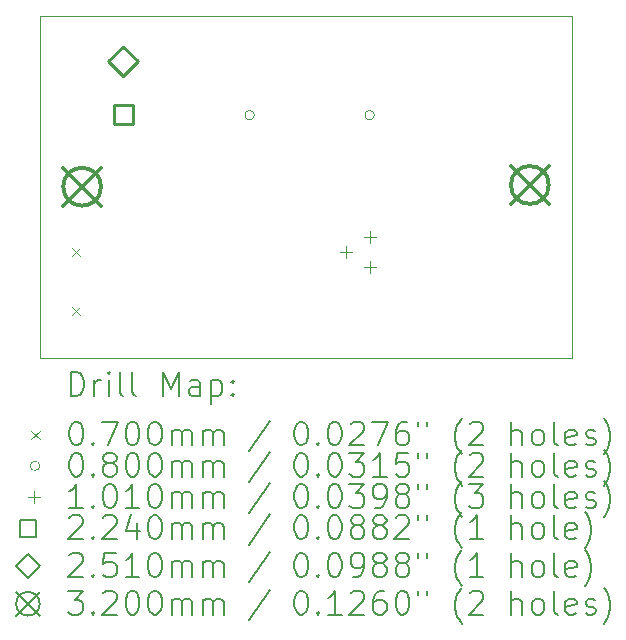
<source format=gbr>
%TF.GenerationSoftware,KiCad,Pcbnew,7.0.9*%
%TF.CreationDate,2023-11-16T15:57:47+00:00*%
%TF.ProjectId,zx_spectrum_composite_mod,7a785f73-7065-4637-9472-756d5f636f6d,0*%
%TF.SameCoordinates,Original*%
%TF.FileFunction,Drillmap*%
%TF.FilePolarity,Positive*%
%FSLAX45Y45*%
G04 Gerber Fmt 4.5, Leading zero omitted, Abs format (unit mm)*
G04 Created by KiCad (PCBNEW 7.0.9) date 2023-11-16 15:57:47*
%MOMM*%
%LPD*%
G01*
G04 APERTURE LIST*
%ADD10C,0.100000*%
%ADD11C,0.200000*%
%ADD12C,0.101000*%
%ADD13C,0.224000*%
%ADD14C,0.251000*%
%ADD15C,0.320000*%
G04 APERTURE END LIST*
D10*
X5900000Y-3600000D02*
X10400000Y-3600000D01*
X10400000Y-6500000D01*
X5900000Y-6500000D01*
X5900000Y-3600000D01*
D11*
D10*
X6165000Y-5565000D02*
X6235000Y-5635000D01*
X6235000Y-5565000D02*
X6165000Y-5635000D01*
X6165000Y-6065000D02*
X6235000Y-6135000D01*
X6235000Y-6065000D02*
X6165000Y-6135000D01*
X7712000Y-4440000D02*
G75*
G03*
X7712000Y-4440000I-40000J0D01*
G01*
X8728000Y-4440000D02*
G75*
G03*
X8728000Y-4440000I-40000J0D01*
G01*
D12*
X8489000Y-5547500D02*
X8489000Y-5648500D01*
X8438500Y-5598000D02*
X8539500Y-5598000D01*
X8689000Y-5420500D02*
X8689000Y-5521500D01*
X8638500Y-5471000D02*
X8739500Y-5471000D01*
X8689000Y-5674500D02*
X8689000Y-5775500D01*
X8638500Y-5725000D02*
X8739500Y-5725000D01*
D13*
X6680697Y-4514197D02*
X6680697Y-4355803D01*
X6522303Y-4355803D01*
X6522303Y-4514197D01*
X6680697Y-4514197D01*
D14*
X6601500Y-4110500D02*
X6727000Y-3985000D01*
X6601500Y-3859500D01*
X6476000Y-3985000D01*
X6601500Y-4110500D01*
D15*
X6094000Y-4886000D02*
X6414000Y-5206000D01*
X6414000Y-4886000D02*
X6094000Y-5206000D01*
X6414000Y-5046000D02*
G75*
G03*
X6414000Y-5046000I-160000J0D01*
G01*
X9885000Y-4871000D02*
X10205000Y-5191000D01*
X10205000Y-4871000D02*
X9885000Y-5191000D01*
X10205000Y-5031000D02*
G75*
G03*
X10205000Y-5031000I-160000J0D01*
G01*
D11*
X6155777Y-6816484D02*
X6155777Y-6616484D01*
X6155777Y-6616484D02*
X6203396Y-6616484D01*
X6203396Y-6616484D02*
X6231967Y-6626008D01*
X6231967Y-6626008D02*
X6251015Y-6645055D01*
X6251015Y-6645055D02*
X6260539Y-6664103D01*
X6260539Y-6664103D02*
X6270062Y-6702198D01*
X6270062Y-6702198D02*
X6270062Y-6730769D01*
X6270062Y-6730769D02*
X6260539Y-6768865D01*
X6260539Y-6768865D02*
X6251015Y-6787912D01*
X6251015Y-6787912D02*
X6231967Y-6806960D01*
X6231967Y-6806960D02*
X6203396Y-6816484D01*
X6203396Y-6816484D02*
X6155777Y-6816484D01*
X6355777Y-6816484D02*
X6355777Y-6683150D01*
X6355777Y-6721246D02*
X6365301Y-6702198D01*
X6365301Y-6702198D02*
X6374824Y-6692674D01*
X6374824Y-6692674D02*
X6393872Y-6683150D01*
X6393872Y-6683150D02*
X6412920Y-6683150D01*
X6479586Y-6816484D02*
X6479586Y-6683150D01*
X6479586Y-6616484D02*
X6470062Y-6626008D01*
X6470062Y-6626008D02*
X6479586Y-6635531D01*
X6479586Y-6635531D02*
X6489110Y-6626008D01*
X6489110Y-6626008D02*
X6479586Y-6616484D01*
X6479586Y-6616484D02*
X6479586Y-6635531D01*
X6603396Y-6816484D02*
X6584348Y-6806960D01*
X6584348Y-6806960D02*
X6574824Y-6787912D01*
X6574824Y-6787912D02*
X6574824Y-6616484D01*
X6708158Y-6816484D02*
X6689110Y-6806960D01*
X6689110Y-6806960D02*
X6679586Y-6787912D01*
X6679586Y-6787912D02*
X6679586Y-6616484D01*
X6936729Y-6816484D02*
X6936729Y-6616484D01*
X6936729Y-6616484D02*
X7003396Y-6759341D01*
X7003396Y-6759341D02*
X7070062Y-6616484D01*
X7070062Y-6616484D02*
X7070062Y-6816484D01*
X7251015Y-6816484D02*
X7251015Y-6711722D01*
X7251015Y-6711722D02*
X7241491Y-6692674D01*
X7241491Y-6692674D02*
X7222443Y-6683150D01*
X7222443Y-6683150D02*
X7184348Y-6683150D01*
X7184348Y-6683150D02*
X7165301Y-6692674D01*
X7251015Y-6806960D02*
X7231967Y-6816484D01*
X7231967Y-6816484D02*
X7184348Y-6816484D01*
X7184348Y-6816484D02*
X7165301Y-6806960D01*
X7165301Y-6806960D02*
X7155777Y-6787912D01*
X7155777Y-6787912D02*
X7155777Y-6768865D01*
X7155777Y-6768865D02*
X7165301Y-6749817D01*
X7165301Y-6749817D02*
X7184348Y-6740293D01*
X7184348Y-6740293D02*
X7231967Y-6740293D01*
X7231967Y-6740293D02*
X7251015Y-6730769D01*
X7346253Y-6683150D02*
X7346253Y-6883150D01*
X7346253Y-6692674D02*
X7365301Y-6683150D01*
X7365301Y-6683150D02*
X7403396Y-6683150D01*
X7403396Y-6683150D02*
X7422443Y-6692674D01*
X7422443Y-6692674D02*
X7431967Y-6702198D01*
X7431967Y-6702198D02*
X7441491Y-6721246D01*
X7441491Y-6721246D02*
X7441491Y-6778388D01*
X7441491Y-6778388D02*
X7431967Y-6797436D01*
X7431967Y-6797436D02*
X7422443Y-6806960D01*
X7422443Y-6806960D02*
X7403396Y-6816484D01*
X7403396Y-6816484D02*
X7365301Y-6816484D01*
X7365301Y-6816484D02*
X7346253Y-6806960D01*
X7527205Y-6797436D02*
X7536729Y-6806960D01*
X7536729Y-6806960D02*
X7527205Y-6816484D01*
X7527205Y-6816484D02*
X7517682Y-6806960D01*
X7517682Y-6806960D02*
X7527205Y-6797436D01*
X7527205Y-6797436D02*
X7527205Y-6816484D01*
X7527205Y-6692674D02*
X7536729Y-6702198D01*
X7536729Y-6702198D02*
X7527205Y-6711722D01*
X7527205Y-6711722D02*
X7517682Y-6702198D01*
X7517682Y-6702198D02*
X7527205Y-6692674D01*
X7527205Y-6692674D02*
X7527205Y-6711722D01*
D10*
X5825000Y-7110000D02*
X5895000Y-7180000D01*
X5895000Y-7110000D02*
X5825000Y-7180000D01*
D11*
X6193872Y-7036484D02*
X6212920Y-7036484D01*
X6212920Y-7036484D02*
X6231967Y-7046008D01*
X6231967Y-7046008D02*
X6241491Y-7055531D01*
X6241491Y-7055531D02*
X6251015Y-7074579D01*
X6251015Y-7074579D02*
X6260539Y-7112674D01*
X6260539Y-7112674D02*
X6260539Y-7160293D01*
X6260539Y-7160293D02*
X6251015Y-7198388D01*
X6251015Y-7198388D02*
X6241491Y-7217436D01*
X6241491Y-7217436D02*
X6231967Y-7226960D01*
X6231967Y-7226960D02*
X6212920Y-7236484D01*
X6212920Y-7236484D02*
X6193872Y-7236484D01*
X6193872Y-7236484D02*
X6174824Y-7226960D01*
X6174824Y-7226960D02*
X6165301Y-7217436D01*
X6165301Y-7217436D02*
X6155777Y-7198388D01*
X6155777Y-7198388D02*
X6146253Y-7160293D01*
X6146253Y-7160293D02*
X6146253Y-7112674D01*
X6146253Y-7112674D02*
X6155777Y-7074579D01*
X6155777Y-7074579D02*
X6165301Y-7055531D01*
X6165301Y-7055531D02*
X6174824Y-7046008D01*
X6174824Y-7046008D02*
X6193872Y-7036484D01*
X6346253Y-7217436D02*
X6355777Y-7226960D01*
X6355777Y-7226960D02*
X6346253Y-7236484D01*
X6346253Y-7236484D02*
X6336729Y-7226960D01*
X6336729Y-7226960D02*
X6346253Y-7217436D01*
X6346253Y-7217436D02*
X6346253Y-7236484D01*
X6422443Y-7036484D02*
X6555777Y-7036484D01*
X6555777Y-7036484D02*
X6470062Y-7236484D01*
X6670062Y-7036484D02*
X6689110Y-7036484D01*
X6689110Y-7036484D02*
X6708158Y-7046008D01*
X6708158Y-7046008D02*
X6717682Y-7055531D01*
X6717682Y-7055531D02*
X6727205Y-7074579D01*
X6727205Y-7074579D02*
X6736729Y-7112674D01*
X6736729Y-7112674D02*
X6736729Y-7160293D01*
X6736729Y-7160293D02*
X6727205Y-7198388D01*
X6727205Y-7198388D02*
X6717682Y-7217436D01*
X6717682Y-7217436D02*
X6708158Y-7226960D01*
X6708158Y-7226960D02*
X6689110Y-7236484D01*
X6689110Y-7236484D02*
X6670062Y-7236484D01*
X6670062Y-7236484D02*
X6651015Y-7226960D01*
X6651015Y-7226960D02*
X6641491Y-7217436D01*
X6641491Y-7217436D02*
X6631967Y-7198388D01*
X6631967Y-7198388D02*
X6622443Y-7160293D01*
X6622443Y-7160293D02*
X6622443Y-7112674D01*
X6622443Y-7112674D02*
X6631967Y-7074579D01*
X6631967Y-7074579D02*
X6641491Y-7055531D01*
X6641491Y-7055531D02*
X6651015Y-7046008D01*
X6651015Y-7046008D02*
X6670062Y-7036484D01*
X6860539Y-7036484D02*
X6879586Y-7036484D01*
X6879586Y-7036484D02*
X6898634Y-7046008D01*
X6898634Y-7046008D02*
X6908158Y-7055531D01*
X6908158Y-7055531D02*
X6917682Y-7074579D01*
X6917682Y-7074579D02*
X6927205Y-7112674D01*
X6927205Y-7112674D02*
X6927205Y-7160293D01*
X6927205Y-7160293D02*
X6917682Y-7198388D01*
X6917682Y-7198388D02*
X6908158Y-7217436D01*
X6908158Y-7217436D02*
X6898634Y-7226960D01*
X6898634Y-7226960D02*
X6879586Y-7236484D01*
X6879586Y-7236484D02*
X6860539Y-7236484D01*
X6860539Y-7236484D02*
X6841491Y-7226960D01*
X6841491Y-7226960D02*
X6831967Y-7217436D01*
X6831967Y-7217436D02*
X6822443Y-7198388D01*
X6822443Y-7198388D02*
X6812920Y-7160293D01*
X6812920Y-7160293D02*
X6812920Y-7112674D01*
X6812920Y-7112674D02*
X6822443Y-7074579D01*
X6822443Y-7074579D02*
X6831967Y-7055531D01*
X6831967Y-7055531D02*
X6841491Y-7046008D01*
X6841491Y-7046008D02*
X6860539Y-7036484D01*
X7012920Y-7236484D02*
X7012920Y-7103150D01*
X7012920Y-7122198D02*
X7022443Y-7112674D01*
X7022443Y-7112674D02*
X7041491Y-7103150D01*
X7041491Y-7103150D02*
X7070063Y-7103150D01*
X7070063Y-7103150D02*
X7089110Y-7112674D01*
X7089110Y-7112674D02*
X7098634Y-7131722D01*
X7098634Y-7131722D02*
X7098634Y-7236484D01*
X7098634Y-7131722D02*
X7108158Y-7112674D01*
X7108158Y-7112674D02*
X7127205Y-7103150D01*
X7127205Y-7103150D02*
X7155777Y-7103150D01*
X7155777Y-7103150D02*
X7174824Y-7112674D01*
X7174824Y-7112674D02*
X7184348Y-7131722D01*
X7184348Y-7131722D02*
X7184348Y-7236484D01*
X7279586Y-7236484D02*
X7279586Y-7103150D01*
X7279586Y-7122198D02*
X7289110Y-7112674D01*
X7289110Y-7112674D02*
X7308158Y-7103150D01*
X7308158Y-7103150D02*
X7336729Y-7103150D01*
X7336729Y-7103150D02*
X7355777Y-7112674D01*
X7355777Y-7112674D02*
X7365301Y-7131722D01*
X7365301Y-7131722D02*
X7365301Y-7236484D01*
X7365301Y-7131722D02*
X7374824Y-7112674D01*
X7374824Y-7112674D02*
X7393872Y-7103150D01*
X7393872Y-7103150D02*
X7422443Y-7103150D01*
X7422443Y-7103150D02*
X7441491Y-7112674D01*
X7441491Y-7112674D02*
X7451015Y-7131722D01*
X7451015Y-7131722D02*
X7451015Y-7236484D01*
X7841491Y-7026960D02*
X7670063Y-7284103D01*
X8098634Y-7036484D02*
X8117682Y-7036484D01*
X8117682Y-7036484D02*
X8136729Y-7046008D01*
X8136729Y-7046008D02*
X8146253Y-7055531D01*
X8146253Y-7055531D02*
X8155777Y-7074579D01*
X8155777Y-7074579D02*
X8165301Y-7112674D01*
X8165301Y-7112674D02*
X8165301Y-7160293D01*
X8165301Y-7160293D02*
X8155777Y-7198388D01*
X8155777Y-7198388D02*
X8146253Y-7217436D01*
X8146253Y-7217436D02*
X8136729Y-7226960D01*
X8136729Y-7226960D02*
X8117682Y-7236484D01*
X8117682Y-7236484D02*
X8098634Y-7236484D01*
X8098634Y-7236484D02*
X8079586Y-7226960D01*
X8079586Y-7226960D02*
X8070063Y-7217436D01*
X8070063Y-7217436D02*
X8060539Y-7198388D01*
X8060539Y-7198388D02*
X8051015Y-7160293D01*
X8051015Y-7160293D02*
X8051015Y-7112674D01*
X8051015Y-7112674D02*
X8060539Y-7074579D01*
X8060539Y-7074579D02*
X8070063Y-7055531D01*
X8070063Y-7055531D02*
X8079586Y-7046008D01*
X8079586Y-7046008D02*
X8098634Y-7036484D01*
X8251015Y-7217436D02*
X8260539Y-7226960D01*
X8260539Y-7226960D02*
X8251015Y-7236484D01*
X8251015Y-7236484D02*
X8241491Y-7226960D01*
X8241491Y-7226960D02*
X8251015Y-7217436D01*
X8251015Y-7217436D02*
X8251015Y-7236484D01*
X8384348Y-7036484D02*
X8403396Y-7036484D01*
X8403396Y-7036484D02*
X8422444Y-7046008D01*
X8422444Y-7046008D02*
X8431968Y-7055531D01*
X8431968Y-7055531D02*
X8441491Y-7074579D01*
X8441491Y-7074579D02*
X8451015Y-7112674D01*
X8451015Y-7112674D02*
X8451015Y-7160293D01*
X8451015Y-7160293D02*
X8441491Y-7198388D01*
X8441491Y-7198388D02*
X8431968Y-7217436D01*
X8431968Y-7217436D02*
X8422444Y-7226960D01*
X8422444Y-7226960D02*
X8403396Y-7236484D01*
X8403396Y-7236484D02*
X8384348Y-7236484D01*
X8384348Y-7236484D02*
X8365301Y-7226960D01*
X8365301Y-7226960D02*
X8355777Y-7217436D01*
X8355777Y-7217436D02*
X8346253Y-7198388D01*
X8346253Y-7198388D02*
X8336729Y-7160293D01*
X8336729Y-7160293D02*
X8336729Y-7112674D01*
X8336729Y-7112674D02*
X8346253Y-7074579D01*
X8346253Y-7074579D02*
X8355777Y-7055531D01*
X8355777Y-7055531D02*
X8365301Y-7046008D01*
X8365301Y-7046008D02*
X8384348Y-7036484D01*
X8527206Y-7055531D02*
X8536729Y-7046008D01*
X8536729Y-7046008D02*
X8555777Y-7036484D01*
X8555777Y-7036484D02*
X8603396Y-7036484D01*
X8603396Y-7036484D02*
X8622444Y-7046008D01*
X8622444Y-7046008D02*
X8631968Y-7055531D01*
X8631968Y-7055531D02*
X8641491Y-7074579D01*
X8641491Y-7074579D02*
X8641491Y-7093627D01*
X8641491Y-7093627D02*
X8631968Y-7122198D01*
X8631968Y-7122198D02*
X8517682Y-7236484D01*
X8517682Y-7236484D02*
X8641491Y-7236484D01*
X8708158Y-7036484D02*
X8841491Y-7036484D01*
X8841491Y-7036484D02*
X8755777Y-7236484D01*
X9003396Y-7036484D02*
X8965301Y-7036484D01*
X8965301Y-7036484D02*
X8946253Y-7046008D01*
X8946253Y-7046008D02*
X8936729Y-7055531D01*
X8936729Y-7055531D02*
X8917682Y-7084103D01*
X8917682Y-7084103D02*
X8908158Y-7122198D01*
X8908158Y-7122198D02*
X8908158Y-7198388D01*
X8908158Y-7198388D02*
X8917682Y-7217436D01*
X8917682Y-7217436D02*
X8927206Y-7226960D01*
X8927206Y-7226960D02*
X8946253Y-7236484D01*
X8946253Y-7236484D02*
X8984349Y-7236484D01*
X8984349Y-7236484D02*
X9003396Y-7226960D01*
X9003396Y-7226960D02*
X9012920Y-7217436D01*
X9012920Y-7217436D02*
X9022444Y-7198388D01*
X9022444Y-7198388D02*
X9022444Y-7150769D01*
X9022444Y-7150769D02*
X9012920Y-7131722D01*
X9012920Y-7131722D02*
X9003396Y-7122198D01*
X9003396Y-7122198D02*
X8984349Y-7112674D01*
X8984349Y-7112674D02*
X8946253Y-7112674D01*
X8946253Y-7112674D02*
X8927206Y-7122198D01*
X8927206Y-7122198D02*
X8917682Y-7131722D01*
X8917682Y-7131722D02*
X8908158Y-7150769D01*
X9098634Y-7036484D02*
X9098634Y-7074579D01*
X9174825Y-7036484D02*
X9174825Y-7074579D01*
X9470063Y-7312674D02*
X9460539Y-7303150D01*
X9460539Y-7303150D02*
X9441491Y-7274579D01*
X9441491Y-7274579D02*
X9431968Y-7255531D01*
X9431968Y-7255531D02*
X9422444Y-7226960D01*
X9422444Y-7226960D02*
X9412920Y-7179341D01*
X9412920Y-7179341D02*
X9412920Y-7141246D01*
X9412920Y-7141246D02*
X9422444Y-7093627D01*
X9422444Y-7093627D02*
X9431968Y-7065055D01*
X9431968Y-7065055D02*
X9441491Y-7046008D01*
X9441491Y-7046008D02*
X9460539Y-7017436D01*
X9460539Y-7017436D02*
X9470063Y-7007912D01*
X9536730Y-7055531D02*
X9546253Y-7046008D01*
X9546253Y-7046008D02*
X9565301Y-7036484D01*
X9565301Y-7036484D02*
X9612920Y-7036484D01*
X9612920Y-7036484D02*
X9631968Y-7046008D01*
X9631968Y-7046008D02*
X9641491Y-7055531D01*
X9641491Y-7055531D02*
X9651015Y-7074579D01*
X9651015Y-7074579D02*
X9651015Y-7093627D01*
X9651015Y-7093627D02*
X9641491Y-7122198D01*
X9641491Y-7122198D02*
X9527206Y-7236484D01*
X9527206Y-7236484D02*
X9651015Y-7236484D01*
X9889111Y-7236484D02*
X9889111Y-7036484D01*
X9974825Y-7236484D02*
X9974825Y-7131722D01*
X9974825Y-7131722D02*
X9965301Y-7112674D01*
X9965301Y-7112674D02*
X9946253Y-7103150D01*
X9946253Y-7103150D02*
X9917682Y-7103150D01*
X9917682Y-7103150D02*
X9898634Y-7112674D01*
X9898634Y-7112674D02*
X9889111Y-7122198D01*
X10098634Y-7236484D02*
X10079587Y-7226960D01*
X10079587Y-7226960D02*
X10070063Y-7217436D01*
X10070063Y-7217436D02*
X10060539Y-7198388D01*
X10060539Y-7198388D02*
X10060539Y-7141246D01*
X10060539Y-7141246D02*
X10070063Y-7122198D01*
X10070063Y-7122198D02*
X10079587Y-7112674D01*
X10079587Y-7112674D02*
X10098634Y-7103150D01*
X10098634Y-7103150D02*
X10127206Y-7103150D01*
X10127206Y-7103150D02*
X10146253Y-7112674D01*
X10146253Y-7112674D02*
X10155777Y-7122198D01*
X10155777Y-7122198D02*
X10165301Y-7141246D01*
X10165301Y-7141246D02*
X10165301Y-7198388D01*
X10165301Y-7198388D02*
X10155777Y-7217436D01*
X10155777Y-7217436D02*
X10146253Y-7226960D01*
X10146253Y-7226960D02*
X10127206Y-7236484D01*
X10127206Y-7236484D02*
X10098634Y-7236484D01*
X10279587Y-7236484D02*
X10260539Y-7226960D01*
X10260539Y-7226960D02*
X10251015Y-7207912D01*
X10251015Y-7207912D02*
X10251015Y-7036484D01*
X10431968Y-7226960D02*
X10412920Y-7236484D01*
X10412920Y-7236484D02*
X10374825Y-7236484D01*
X10374825Y-7236484D02*
X10355777Y-7226960D01*
X10355777Y-7226960D02*
X10346253Y-7207912D01*
X10346253Y-7207912D02*
X10346253Y-7131722D01*
X10346253Y-7131722D02*
X10355777Y-7112674D01*
X10355777Y-7112674D02*
X10374825Y-7103150D01*
X10374825Y-7103150D02*
X10412920Y-7103150D01*
X10412920Y-7103150D02*
X10431968Y-7112674D01*
X10431968Y-7112674D02*
X10441492Y-7131722D01*
X10441492Y-7131722D02*
X10441492Y-7150769D01*
X10441492Y-7150769D02*
X10346253Y-7169817D01*
X10517682Y-7226960D02*
X10536730Y-7236484D01*
X10536730Y-7236484D02*
X10574825Y-7236484D01*
X10574825Y-7236484D02*
X10593873Y-7226960D01*
X10593873Y-7226960D02*
X10603396Y-7207912D01*
X10603396Y-7207912D02*
X10603396Y-7198388D01*
X10603396Y-7198388D02*
X10593873Y-7179341D01*
X10593873Y-7179341D02*
X10574825Y-7169817D01*
X10574825Y-7169817D02*
X10546253Y-7169817D01*
X10546253Y-7169817D02*
X10527206Y-7160293D01*
X10527206Y-7160293D02*
X10517682Y-7141246D01*
X10517682Y-7141246D02*
X10517682Y-7131722D01*
X10517682Y-7131722D02*
X10527206Y-7112674D01*
X10527206Y-7112674D02*
X10546253Y-7103150D01*
X10546253Y-7103150D02*
X10574825Y-7103150D01*
X10574825Y-7103150D02*
X10593873Y-7112674D01*
X10670063Y-7312674D02*
X10679587Y-7303150D01*
X10679587Y-7303150D02*
X10698634Y-7274579D01*
X10698634Y-7274579D02*
X10708158Y-7255531D01*
X10708158Y-7255531D02*
X10717682Y-7226960D01*
X10717682Y-7226960D02*
X10727206Y-7179341D01*
X10727206Y-7179341D02*
X10727206Y-7141246D01*
X10727206Y-7141246D02*
X10717682Y-7093627D01*
X10717682Y-7093627D02*
X10708158Y-7065055D01*
X10708158Y-7065055D02*
X10698634Y-7046008D01*
X10698634Y-7046008D02*
X10679587Y-7017436D01*
X10679587Y-7017436D02*
X10670063Y-7007912D01*
D10*
X5895000Y-7409000D02*
G75*
G03*
X5895000Y-7409000I-40000J0D01*
G01*
D11*
X6193872Y-7300484D02*
X6212920Y-7300484D01*
X6212920Y-7300484D02*
X6231967Y-7310008D01*
X6231967Y-7310008D02*
X6241491Y-7319531D01*
X6241491Y-7319531D02*
X6251015Y-7338579D01*
X6251015Y-7338579D02*
X6260539Y-7376674D01*
X6260539Y-7376674D02*
X6260539Y-7424293D01*
X6260539Y-7424293D02*
X6251015Y-7462388D01*
X6251015Y-7462388D02*
X6241491Y-7481436D01*
X6241491Y-7481436D02*
X6231967Y-7490960D01*
X6231967Y-7490960D02*
X6212920Y-7500484D01*
X6212920Y-7500484D02*
X6193872Y-7500484D01*
X6193872Y-7500484D02*
X6174824Y-7490960D01*
X6174824Y-7490960D02*
X6165301Y-7481436D01*
X6165301Y-7481436D02*
X6155777Y-7462388D01*
X6155777Y-7462388D02*
X6146253Y-7424293D01*
X6146253Y-7424293D02*
X6146253Y-7376674D01*
X6146253Y-7376674D02*
X6155777Y-7338579D01*
X6155777Y-7338579D02*
X6165301Y-7319531D01*
X6165301Y-7319531D02*
X6174824Y-7310008D01*
X6174824Y-7310008D02*
X6193872Y-7300484D01*
X6346253Y-7481436D02*
X6355777Y-7490960D01*
X6355777Y-7490960D02*
X6346253Y-7500484D01*
X6346253Y-7500484D02*
X6336729Y-7490960D01*
X6336729Y-7490960D02*
X6346253Y-7481436D01*
X6346253Y-7481436D02*
X6346253Y-7500484D01*
X6470062Y-7386198D02*
X6451015Y-7376674D01*
X6451015Y-7376674D02*
X6441491Y-7367150D01*
X6441491Y-7367150D02*
X6431967Y-7348103D01*
X6431967Y-7348103D02*
X6431967Y-7338579D01*
X6431967Y-7338579D02*
X6441491Y-7319531D01*
X6441491Y-7319531D02*
X6451015Y-7310008D01*
X6451015Y-7310008D02*
X6470062Y-7300484D01*
X6470062Y-7300484D02*
X6508158Y-7300484D01*
X6508158Y-7300484D02*
X6527205Y-7310008D01*
X6527205Y-7310008D02*
X6536729Y-7319531D01*
X6536729Y-7319531D02*
X6546253Y-7338579D01*
X6546253Y-7338579D02*
X6546253Y-7348103D01*
X6546253Y-7348103D02*
X6536729Y-7367150D01*
X6536729Y-7367150D02*
X6527205Y-7376674D01*
X6527205Y-7376674D02*
X6508158Y-7386198D01*
X6508158Y-7386198D02*
X6470062Y-7386198D01*
X6470062Y-7386198D02*
X6451015Y-7395722D01*
X6451015Y-7395722D02*
X6441491Y-7405246D01*
X6441491Y-7405246D02*
X6431967Y-7424293D01*
X6431967Y-7424293D02*
X6431967Y-7462388D01*
X6431967Y-7462388D02*
X6441491Y-7481436D01*
X6441491Y-7481436D02*
X6451015Y-7490960D01*
X6451015Y-7490960D02*
X6470062Y-7500484D01*
X6470062Y-7500484D02*
X6508158Y-7500484D01*
X6508158Y-7500484D02*
X6527205Y-7490960D01*
X6527205Y-7490960D02*
X6536729Y-7481436D01*
X6536729Y-7481436D02*
X6546253Y-7462388D01*
X6546253Y-7462388D02*
X6546253Y-7424293D01*
X6546253Y-7424293D02*
X6536729Y-7405246D01*
X6536729Y-7405246D02*
X6527205Y-7395722D01*
X6527205Y-7395722D02*
X6508158Y-7386198D01*
X6670062Y-7300484D02*
X6689110Y-7300484D01*
X6689110Y-7300484D02*
X6708158Y-7310008D01*
X6708158Y-7310008D02*
X6717682Y-7319531D01*
X6717682Y-7319531D02*
X6727205Y-7338579D01*
X6727205Y-7338579D02*
X6736729Y-7376674D01*
X6736729Y-7376674D02*
X6736729Y-7424293D01*
X6736729Y-7424293D02*
X6727205Y-7462388D01*
X6727205Y-7462388D02*
X6717682Y-7481436D01*
X6717682Y-7481436D02*
X6708158Y-7490960D01*
X6708158Y-7490960D02*
X6689110Y-7500484D01*
X6689110Y-7500484D02*
X6670062Y-7500484D01*
X6670062Y-7500484D02*
X6651015Y-7490960D01*
X6651015Y-7490960D02*
X6641491Y-7481436D01*
X6641491Y-7481436D02*
X6631967Y-7462388D01*
X6631967Y-7462388D02*
X6622443Y-7424293D01*
X6622443Y-7424293D02*
X6622443Y-7376674D01*
X6622443Y-7376674D02*
X6631967Y-7338579D01*
X6631967Y-7338579D02*
X6641491Y-7319531D01*
X6641491Y-7319531D02*
X6651015Y-7310008D01*
X6651015Y-7310008D02*
X6670062Y-7300484D01*
X6860539Y-7300484D02*
X6879586Y-7300484D01*
X6879586Y-7300484D02*
X6898634Y-7310008D01*
X6898634Y-7310008D02*
X6908158Y-7319531D01*
X6908158Y-7319531D02*
X6917682Y-7338579D01*
X6917682Y-7338579D02*
X6927205Y-7376674D01*
X6927205Y-7376674D02*
X6927205Y-7424293D01*
X6927205Y-7424293D02*
X6917682Y-7462388D01*
X6917682Y-7462388D02*
X6908158Y-7481436D01*
X6908158Y-7481436D02*
X6898634Y-7490960D01*
X6898634Y-7490960D02*
X6879586Y-7500484D01*
X6879586Y-7500484D02*
X6860539Y-7500484D01*
X6860539Y-7500484D02*
X6841491Y-7490960D01*
X6841491Y-7490960D02*
X6831967Y-7481436D01*
X6831967Y-7481436D02*
X6822443Y-7462388D01*
X6822443Y-7462388D02*
X6812920Y-7424293D01*
X6812920Y-7424293D02*
X6812920Y-7376674D01*
X6812920Y-7376674D02*
X6822443Y-7338579D01*
X6822443Y-7338579D02*
X6831967Y-7319531D01*
X6831967Y-7319531D02*
X6841491Y-7310008D01*
X6841491Y-7310008D02*
X6860539Y-7300484D01*
X7012920Y-7500484D02*
X7012920Y-7367150D01*
X7012920Y-7386198D02*
X7022443Y-7376674D01*
X7022443Y-7376674D02*
X7041491Y-7367150D01*
X7041491Y-7367150D02*
X7070063Y-7367150D01*
X7070063Y-7367150D02*
X7089110Y-7376674D01*
X7089110Y-7376674D02*
X7098634Y-7395722D01*
X7098634Y-7395722D02*
X7098634Y-7500484D01*
X7098634Y-7395722D02*
X7108158Y-7376674D01*
X7108158Y-7376674D02*
X7127205Y-7367150D01*
X7127205Y-7367150D02*
X7155777Y-7367150D01*
X7155777Y-7367150D02*
X7174824Y-7376674D01*
X7174824Y-7376674D02*
X7184348Y-7395722D01*
X7184348Y-7395722D02*
X7184348Y-7500484D01*
X7279586Y-7500484D02*
X7279586Y-7367150D01*
X7279586Y-7386198D02*
X7289110Y-7376674D01*
X7289110Y-7376674D02*
X7308158Y-7367150D01*
X7308158Y-7367150D02*
X7336729Y-7367150D01*
X7336729Y-7367150D02*
X7355777Y-7376674D01*
X7355777Y-7376674D02*
X7365301Y-7395722D01*
X7365301Y-7395722D02*
X7365301Y-7500484D01*
X7365301Y-7395722D02*
X7374824Y-7376674D01*
X7374824Y-7376674D02*
X7393872Y-7367150D01*
X7393872Y-7367150D02*
X7422443Y-7367150D01*
X7422443Y-7367150D02*
X7441491Y-7376674D01*
X7441491Y-7376674D02*
X7451015Y-7395722D01*
X7451015Y-7395722D02*
X7451015Y-7500484D01*
X7841491Y-7290960D02*
X7670063Y-7548103D01*
X8098634Y-7300484D02*
X8117682Y-7300484D01*
X8117682Y-7300484D02*
X8136729Y-7310008D01*
X8136729Y-7310008D02*
X8146253Y-7319531D01*
X8146253Y-7319531D02*
X8155777Y-7338579D01*
X8155777Y-7338579D02*
X8165301Y-7376674D01*
X8165301Y-7376674D02*
X8165301Y-7424293D01*
X8165301Y-7424293D02*
X8155777Y-7462388D01*
X8155777Y-7462388D02*
X8146253Y-7481436D01*
X8146253Y-7481436D02*
X8136729Y-7490960D01*
X8136729Y-7490960D02*
X8117682Y-7500484D01*
X8117682Y-7500484D02*
X8098634Y-7500484D01*
X8098634Y-7500484D02*
X8079586Y-7490960D01*
X8079586Y-7490960D02*
X8070063Y-7481436D01*
X8070063Y-7481436D02*
X8060539Y-7462388D01*
X8060539Y-7462388D02*
X8051015Y-7424293D01*
X8051015Y-7424293D02*
X8051015Y-7376674D01*
X8051015Y-7376674D02*
X8060539Y-7338579D01*
X8060539Y-7338579D02*
X8070063Y-7319531D01*
X8070063Y-7319531D02*
X8079586Y-7310008D01*
X8079586Y-7310008D02*
X8098634Y-7300484D01*
X8251015Y-7481436D02*
X8260539Y-7490960D01*
X8260539Y-7490960D02*
X8251015Y-7500484D01*
X8251015Y-7500484D02*
X8241491Y-7490960D01*
X8241491Y-7490960D02*
X8251015Y-7481436D01*
X8251015Y-7481436D02*
X8251015Y-7500484D01*
X8384348Y-7300484D02*
X8403396Y-7300484D01*
X8403396Y-7300484D02*
X8422444Y-7310008D01*
X8422444Y-7310008D02*
X8431968Y-7319531D01*
X8431968Y-7319531D02*
X8441491Y-7338579D01*
X8441491Y-7338579D02*
X8451015Y-7376674D01*
X8451015Y-7376674D02*
X8451015Y-7424293D01*
X8451015Y-7424293D02*
X8441491Y-7462388D01*
X8441491Y-7462388D02*
X8431968Y-7481436D01*
X8431968Y-7481436D02*
X8422444Y-7490960D01*
X8422444Y-7490960D02*
X8403396Y-7500484D01*
X8403396Y-7500484D02*
X8384348Y-7500484D01*
X8384348Y-7500484D02*
X8365301Y-7490960D01*
X8365301Y-7490960D02*
X8355777Y-7481436D01*
X8355777Y-7481436D02*
X8346253Y-7462388D01*
X8346253Y-7462388D02*
X8336729Y-7424293D01*
X8336729Y-7424293D02*
X8336729Y-7376674D01*
X8336729Y-7376674D02*
X8346253Y-7338579D01*
X8346253Y-7338579D02*
X8355777Y-7319531D01*
X8355777Y-7319531D02*
X8365301Y-7310008D01*
X8365301Y-7310008D02*
X8384348Y-7300484D01*
X8517682Y-7300484D02*
X8641491Y-7300484D01*
X8641491Y-7300484D02*
X8574825Y-7376674D01*
X8574825Y-7376674D02*
X8603396Y-7376674D01*
X8603396Y-7376674D02*
X8622444Y-7386198D01*
X8622444Y-7386198D02*
X8631968Y-7395722D01*
X8631968Y-7395722D02*
X8641491Y-7414769D01*
X8641491Y-7414769D02*
X8641491Y-7462388D01*
X8641491Y-7462388D02*
X8631968Y-7481436D01*
X8631968Y-7481436D02*
X8622444Y-7490960D01*
X8622444Y-7490960D02*
X8603396Y-7500484D01*
X8603396Y-7500484D02*
X8546253Y-7500484D01*
X8546253Y-7500484D02*
X8527206Y-7490960D01*
X8527206Y-7490960D02*
X8517682Y-7481436D01*
X8831968Y-7500484D02*
X8717682Y-7500484D01*
X8774825Y-7500484D02*
X8774825Y-7300484D01*
X8774825Y-7300484D02*
X8755777Y-7329055D01*
X8755777Y-7329055D02*
X8736729Y-7348103D01*
X8736729Y-7348103D02*
X8717682Y-7357627D01*
X9012920Y-7300484D02*
X8917682Y-7300484D01*
X8917682Y-7300484D02*
X8908158Y-7395722D01*
X8908158Y-7395722D02*
X8917682Y-7386198D01*
X8917682Y-7386198D02*
X8936729Y-7376674D01*
X8936729Y-7376674D02*
X8984349Y-7376674D01*
X8984349Y-7376674D02*
X9003396Y-7386198D01*
X9003396Y-7386198D02*
X9012920Y-7395722D01*
X9012920Y-7395722D02*
X9022444Y-7414769D01*
X9022444Y-7414769D02*
X9022444Y-7462388D01*
X9022444Y-7462388D02*
X9012920Y-7481436D01*
X9012920Y-7481436D02*
X9003396Y-7490960D01*
X9003396Y-7490960D02*
X8984349Y-7500484D01*
X8984349Y-7500484D02*
X8936729Y-7500484D01*
X8936729Y-7500484D02*
X8917682Y-7490960D01*
X8917682Y-7490960D02*
X8908158Y-7481436D01*
X9098634Y-7300484D02*
X9098634Y-7338579D01*
X9174825Y-7300484D02*
X9174825Y-7338579D01*
X9470063Y-7576674D02*
X9460539Y-7567150D01*
X9460539Y-7567150D02*
X9441491Y-7538579D01*
X9441491Y-7538579D02*
X9431968Y-7519531D01*
X9431968Y-7519531D02*
X9422444Y-7490960D01*
X9422444Y-7490960D02*
X9412920Y-7443341D01*
X9412920Y-7443341D02*
X9412920Y-7405246D01*
X9412920Y-7405246D02*
X9422444Y-7357627D01*
X9422444Y-7357627D02*
X9431968Y-7329055D01*
X9431968Y-7329055D02*
X9441491Y-7310008D01*
X9441491Y-7310008D02*
X9460539Y-7281436D01*
X9460539Y-7281436D02*
X9470063Y-7271912D01*
X9536730Y-7319531D02*
X9546253Y-7310008D01*
X9546253Y-7310008D02*
X9565301Y-7300484D01*
X9565301Y-7300484D02*
X9612920Y-7300484D01*
X9612920Y-7300484D02*
X9631968Y-7310008D01*
X9631968Y-7310008D02*
X9641491Y-7319531D01*
X9641491Y-7319531D02*
X9651015Y-7338579D01*
X9651015Y-7338579D02*
X9651015Y-7357627D01*
X9651015Y-7357627D02*
X9641491Y-7386198D01*
X9641491Y-7386198D02*
X9527206Y-7500484D01*
X9527206Y-7500484D02*
X9651015Y-7500484D01*
X9889111Y-7500484D02*
X9889111Y-7300484D01*
X9974825Y-7500484D02*
X9974825Y-7395722D01*
X9974825Y-7395722D02*
X9965301Y-7376674D01*
X9965301Y-7376674D02*
X9946253Y-7367150D01*
X9946253Y-7367150D02*
X9917682Y-7367150D01*
X9917682Y-7367150D02*
X9898634Y-7376674D01*
X9898634Y-7376674D02*
X9889111Y-7386198D01*
X10098634Y-7500484D02*
X10079587Y-7490960D01*
X10079587Y-7490960D02*
X10070063Y-7481436D01*
X10070063Y-7481436D02*
X10060539Y-7462388D01*
X10060539Y-7462388D02*
X10060539Y-7405246D01*
X10060539Y-7405246D02*
X10070063Y-7386198D01*
X10070063Y-7386198D02*
X10079587Y-7376674D01*
X10079587Y-7376674D02*
X10098634Y-7367150D01*
X10098634Y-7367150D02*
X10127206Y-7367150D01*
X10127206Y-7367150D02*
X10146253Y-7376674D01*
X10146253Y-7376674D02*
X10155777Y-7386198D01*
X10155777Y-7386198D02*
X10165301Y-7405246D01*
X10165301Y-7405246D02*
X10165301Y-7462388D01*
X10165301Y-7462388D02*
X10155777Y-7481436D01*
X10155777Y-7481436D02*
X10146253Y-7490960D01*
X10146253Y-7490960D02*
X10127206Y-7500484D01*
X10127206Y-7500484D02*
X10098634Y-7500484D01*
X10279587Y-7500484D02*
X10260539Y-7490960D01*
X10260539Y-7490960D02*
X10251015Y-7471912D01*
X10251015Y-7471912D02*
X10251015Y-7300484D01*
X10431968Y-7490960D02*
X10412920Y-7500484D01*
X10412920Y-7500484D02*
X10374825Y-7500484D01*
X10374825Y-7500484D02*
X10355777Y-7490960D01*
X10355777Y-7490960D02*
X10346253Y-7471912D01*
X10346253Y-7471912D02*
X10346253Y-7395722D01*
X10346253Y-7395722D02*
X10355777Y-7376674D01*
X10355777Y-7376674D02*
X10374825Y-7367150D01*
X10374825Y-7367150D02*
X10412920Y-7367150D01*
X10412920Y-7367150D02*
X10431968Y-7376674D01*
X10431968Y-7376674D02*
X10441492Y-7395722D01*
X10441492Y-7395722D02*
X10441492Y-7414769D01*
X10441492Y-7414769D02*
X10346253Y-7433817D01*
X10517682Y-7490960D02*
X10536730Y-7500484D01*
X10536730Y-7500484D02*
X10574825Y-7500484D01*
X10574825Y-7500484D02*
X10593873Y-7490960D01*
X10593873Y-7490960D02*
X10603396Y-7471912D01*
X10603396Y-7471912D02*
X10603396Y-7462388D01*
X10603396Y-7462388D02*
X10593873Y-7443341D01*
X10593873Y-7443341D02*
X10574825Y-7433817D01*
X10574825Y-7433817D02*
X10546253Y-7433817D01*
X10546253Y-7433817D02*
X10527206Y-7424293D01*
X10527206Y-7424293D02*
X10517682Y-7405246D01*
X10517682Y-7405246D02*
X10517682Y-7395722D01*
X10517682Y-7395722D02*
X10527206Y-7376674D01*
X10527206Y-7376674D02*
X10546253Y-7367150D01*
X10546253Y-7367150D02*
X10574825Y-7367150D01*
X10574825Y-7367150D02*
X10593873Y-7376674D01*
X10670063Y-7576674D02*
X10679587Y-7567150D01*
X10679587Y-7567150D02*
X10698634Y-7538579D01*
X10698634Y-7538579D02*
X10708158Y-7519531D01*
X10708158Y-7519531D02*
X10717682Y-7490960D01*
X10717682Y-7490960D02*
X10727206Y-7443341D01*
X10727206Y-7443341D02*
X10727206Y-7405246D01*
X10727206Y-7405246D02*
X10717682Y-7357627D01*
X10717682Y-7357627D02*
X10708158Y-7329055D01*
X10708158Y-7329055D02*
X10698634Y-7310008D01*
X10698634Y-7310008D02*
X10679587Y-7281436D01*
X10679587Y-7281436D02*
X10670063Y-7271912D01*
D12*
X5844500Y-7622500D02*
X5844500Y-7723500D01*
X5794000Y-7673000D02*
X5895000Y-7673000D01*
D11*
X6260539Y-7764484D02*
X6146253Y-7764484D01*
X6203396Y-7764484D02*
X6203396Y-7564484D01*
X6203396Y-7564484D02*
X6184348Y-7593055D01*
X6184348Y-7593055D02*
X6165301Y-7612103D01*
X6165301Y-7612103D02*
X6146253Y-7621627D01*
X6346253Y-7745436D02*
X6355777Y-7754960D01*
X6355777Y-7754960D02*
X6346253Y-7764484D01*
X6346253Y-7764484D02*
X6336729Y-7754960D01*
X6336729Y-7754960D02*
X6346253Y-7745436D01*
X6346253Y-7745436D02*
X6346253Y-7764484D01*
X6479586Y-7564484D02*
X6498634Y-7564484D01*
X6498634Y-7564484D02*
X6517682Y-7574008D01*
X6517682Y-7574008D02*
X6527205Y-7583531D01*
X6527205Y-7583531D02*
X6536729Y-7602579D01*
X6536729Y-7602579D02*
X6546253Y-7640674D01*
X6546253Y-7640674D02*
X6546253Y-7688293D01*
X6546253Y-7688293D02*
X6536729Y-7726388D01*
X6536729Y-7726388D02*
X6527205Y-7745436D01*
X6527205Y-7745436D02*
X6517682Y-7754960D01*
X6517682Y-7754960D02*
X6498634Y-7764484D01*
X6498634Y-7764484D02*
X6479586Y-7764484D01*
X6479586Y-7764484D02*
X6460539Y-7754960D01*
X6460539Y-7754960D02*
X6451015Y-7745436D01*
X6451015Y-7745436D02*
X6441491Y-7726388D01*
X6441491Y-7726388D02*
X6431967Y-7688293D01*
X6431967Y-7688293D02*
X6431967Y-7640674D01*
X6431967Y-7640674D02*
X6441491Y-7602579D01*
X6441491Y-7602579D02*
X6451015Y-7583531D01*
X6451015Y-7583531D02*
X6460539Y-7574008D01*
X6460539Y-7574008D02*
X6479586Y-7564484D01*
X6736729Y-7764484D02*
X6622443Y-7764484D01*
X6679586Y-7764484D02*
X6679586Y-7564484D01*
X6679586Y-7564484D02*
X6660539Y-7593055D01*
X6660539Y-7593055D02*
X6641491Y-7612103D01*
X6641491Y-7612103D02*
X6622443Y-7621627D01*
X6860539Y-7564484D02*
X6879586Y-7564484D01*
X6879586Y-7564484D02*
X6898634Y-7574008D01*
X6898634Y-7574008D02*
X6908158Y-7583531D01*
X6908158Y-7583531D02*
X6917682Y-7602579D01*
X6917682Y-7602579D02*
X6927205Y-7640674D01*
X6927205Y-7640674D02*
X6927205Y-7688293D01*
X6927205Y-7688293D02*
X6917682Y-7726388D01*
X6917682Y-7726388D02*
X6908158Y-7745436D01*
X6908158Y-7745436D02*
X6898634Y-7754960D01*
X6898634Y-7754960D02*
X6879586Y-7764484D01*
X6879586Y-7764484D02*
X6860539Y-7764484D01*
X6860539Y-7764484D02*
X6841491Y-7754960D01*
X6841491Y-7754960D02*
X6831967Y-7745436D01*
X6831967Y-7745436D02*
X6822443Y-7726388D01*
X6822443Y-7726388D02*
X6812920Y-7688293D01*
X6812920Y-7688293D02*
X6812920Y-7640674D01*
X6812920Y-7640674D02*
X6822443Y-7602579D01*
X6822443Y-7602579D02*
X6831967Y-7583531D01*
X6831967Y-7583531D02*
X6841491Y-7574008D01*
X6841491Y-7574008D02*
X6860539Y-7564484D01*
X7012920Y-7764484D02*
X7012920Y-7631150D01*
X7012920Y-7650198D02*
X7022443Y-7640674D01*
X7022443Y-7640674D02*
X7041491Y-7631150D01*
X7041491Y-7631150D02*
X7070063Y-7631150D01*
X7070063Y-7631150D02*
X7089110Y-7640674D01*
X7089110Y-7640674D02*
X7098634Y-7659722D01*
X7098634Y-7659722D02*
X7098634Y-7764484D01*
X7098634Y-7659722D02*
X7108158Y-7640674D01*
X7108158Y-7640674D02*
X7127205Y-7631150D01*
X7127205Y-7631150D02*
X7155777Y-7631150D01*
X7155777Y-7631150D02*
X7174824Y-7640674D01*
X7174824Y-7640674D02*
X7184348Y-7659722D01*
X7184348Y-7659722D02*
X7184348Y-7764484D01*
X7279586Y-7764484D02*
X7279586Y-7631150D01*
X7279586Y-7650198D02*
X7289110Y-7640674D01*
X7289110Y-7640674D02*
X7308158Y-7631150D01*
X7308158Y-7631150D02*
X7336729Y-7631150D01*
X7336729Y-7631150D02*
X7355777Y-7640674D01*
X7355777Y-7640674D02*
X7365301Y-7659722D01*
X7365301Y-7659722D02*
X7365301Y-7764484D01*
X7365301Y-7659722D02*
X7374824Y-7640674D01*
X7374824Y-7640674D02*
X7393872Y-7631150D01*
X7393872Y-7631150D02*
X7422443Y-7631150D01*
X7422443Y-7631150D02*
X7441491Y-7640674D01*
X7441491Y-7640674D02*
X7451015Y-7659722D01*
X7451015Y-7659722D02*
X7451015Y-7764484D01*
X7841491Y-7554960D02*
X7670063Y-7812103D01*
X8098634Y-7564484D02*
X8117682Y-7564484D01*
X8117682Y-7564484D02*
X8136729Y-7574008D01*
X8136729Y-7574008D02*
X8146253Y-7583531D01*
X8146253Y-7583531D02*
X8155777Y-7602579D01*
X8155777Y-7602579D02*
X8165301Y-7640674D01*
X8165301Y-7640674D02*
X8165301Y-7688293D01*
X8165301Y-7688293D02*
X8155777Y-7726388D01*
X8155777Y-7726388D02*
X8146253Y-7745436D01*
X8146253Y-7745436D02*
X8136729Y-7754960D01*
X8136729Y-7754960D02*
X8117682Y-7764484D01*
X8117682Y-7764484D02*
X8098634Y-7764484D01*
X8098634Y-7764484D02*
X8079586Y-7754960D01*
X8079586Y-7754960D02*
X8070063Y-7745436D01*
X8070063Y-7745436D02*
X8060539Y-7726388D01*
X8060539Y-7726388D02*
X8051015Y-7688293D01*
X8051015Y-7688293D02*
X8051015Y-7640674D01*
X8051015Y-7640674D02*
X8060539Y-7602579D01*
X8060539Y-7602579D02*
X8070063Y-7583531D01*
X8070063Y-7583531D02*
X8079586Y-7574008D01*
X8079586Y-7574008D02*
X8098634Y-7564484D01*
X8251015Y-7745436D02*
X8260539Y-7754960D01*
X8260539Y-7754960D02*
X8251015Y-7764484D01*
X8251015Y-7764484D02*
X8241491Y-7754960D01*
X8241491Y-7754960D02*
X8251015Y-7745436D01*
X8251015Y-7745436D02*
X8251015Y-7764484D01*
X8384348Y-7564484D02*
X8403396Y-7564484D01*
X8403396Y-7564484D02*
X8422444Y-7574008D01*
X8422444Y-7574008D02*
X8431968Y-7583531D01*
X8431968Y-7583531D02*
X8441491Y-7602579D01*
X8441491Y-7602579D02*
X8451015Y-7640674D01*
X8451015Y-7640674D02*
X8451015Y-7688293D01*
X8451015Y-7688293D02*
X8441491Y-7726388D01*
X8441491Y-7726388D02*
X8431968Y-7745436D01*
X8431968Y-7745436D02*
X8422444Y-7754960D01*
X8422444Y-7754960D02*
X8403396Y-7764484D01*
X8403396Y-7764484D02*
X8384348Y-7764484D01*
X8384348Y-7764484D02*
X8365301Y-7754960D01*
X8365301Y-7754960D02*
X8355777Y-7745436D01*
X8355777Y-7745436D02*
X8346253Y-7726388D01*
X8346253Y-7726388D02*
X8336729Y-7688293D01*
X8336729Y-7688293D02*
X8336729Y-7640674D01*
X8336729Y-7640674D02*
X8346253Y-7602579D01*
X8346253Y-7602579D02*
X8355777Y-7583531D01*
X8355777Y-7583531D02*
X8365301Y-7574008D01*
X8365301Y-7574008D02*
X8384348Y-7564484D01*
X8517682Y-7564484D02*
X8641491Y-7564484D01*
X8641491Y-7564484D02*
X8574825Y-7640674D01*
X8574825Y-7640674D02*
X8603396Y-7640674D01*
X8603396Y-7640674D02*
X8622444Y-7650198D01*
X8622444Y-7650198D02*
X8631968Y-7659722D01*
X8631968Y-7659722D02*
X8641491Y-7678769D01*
X8641491Y-7678769D02*
X8641491Y-7726388D01*
X8641491Y-7726388D02*
X8631968Y-7745436D01*
X8631968Y-7745436D02*
X8622444Y-7754960D01*
X8622444Y-7754960D02*
X8603396Y-7764484D01*
X8603396Y-7764484D02*
X8546253Y-7764484D01*
X8546253Y-7764484D02*
X8527206Y-7754960D01*
X8527206Y-7754960D02*
X8517682Y-7745436D01*
X8736729Y-7764484D02*
X8774825Y-7764484D01*
X8774825Y-7764484D02*
X8793872Y-7754960D01*
X8793872Y-7754960D02*
X8803396Y-7745436D01*
X8803396Y-7745436D02*
X8822444Y-7716865D01*
X8822444Y-7716865D02*
X8831968Y-7678769D01*
X8831968Y-7678769D02*
X8831968Y-7602579D01*
X8831968Y-7602579D02*
X8822444Y-7583531D01*
X8822444Y-7583531D02*
X8812920Y-7574008D01*
X8812920Y-7574008D02*
X8793872Y-7564484D01*
X8793872Y-7564484D02*
X8755777Y-7564484D01*
X8755777Y-7564484D02*
X8736729Y-7574008D01*
X8736729Y-7574008D02*
X8727206Y-7583531D01*
X8727206Y-7583531D02*
X8717682Y-7602579D01*
X8717682Y-7602579D02*
X8717682Y-7650198D01*
X8717682Y-7650198D02*
X8727206Y-7669246D01*
X8727206Y-7669246D02*
X8736729Y-7678769D01*
X8736729Y-7678769D02*
X8755777Y-7688293D01*
X8755777Y-7688293D02*
X8793872Y-7688293D01*
X8793872Y-7688293D02*
X8812920Y-7678769D01*
X8812920Y-7678769D02*
X8822444Y-7669246D01*
X8822444Y-7669246D02*
X8831968Y-7650198D01*
X8946253Y-7650198D02*
X8927206Y-7640674D01*
X8927206Y-7640674D02*
X8917682Y-7631150D01*
X8917682Y-7631150D02*
X8908158Y-7612103D01*
X8908158Y-7612103D02*
X8908158Y-7602579D01*
X8908158Y-7602579D02*
X8917682Y-7583531D01*
X8917682Y-7583531D02*
X8927206Y-7574008D01*
X8927206Y-7574008D02*
X8946253Y-7564484D01*
X8946253Y-7564484D02*
X8984349Y-7564484D01*
X8984349Y-7564484D02*
X9003396Y-7574008D01*
X9003396Y-7574008D02*
X9012920Y-7583531D01*
X9012920Y-7583531D02*
X9022444Y-7602579D01*
X9022444Y-7602579D02*
X9022444Y-7612103D01*
X9022444Y-7612103D02*
X9012920Y-7631150D01*
X9012920Y-7631150D02*
X9003396Y-7640674D01*
X9003396Y-7640674D02*
X8984349Y-7650198D01*
X8984349Y-7650198D02*
X8946253Y-7650198D01*
X8946253Y-7650198D02*
X8927206Y-7659722D01*
X8927206Y-7659722D02*
X8917682Y-7669246D01*
X8917682Y-7669246D02*
X8908158Y-7688293D01*
X8908158Y-7688293D02*
X8908158Y-7726388D01*
X8908158Y-7726388D02*
X8917682Y-7745436D01*
X8917682Y-7745436D02*
X8927206Y-7754960D01*
X8927206Y-7754960D02*
X8946253Y-7764484D01*
X8946253Y-7764484D02*
X8984349Y-7764484D01*
X8984349Y-7764484D02*
X9003396Y-7754960D01*
X9003396Y-7754960D02*
X9012920Y-7745436D01*
X9012920Y-7745436D02*
X9022444Y-7726388D01*
X9022444Y-7726388D02*
X9022444Y-7688293D01*
X9022444Y-7688293D02*
X9012920Y-7669246D01*
X9012920Y-7669246D02*
X9003396Y-7659722D01*
X9003396Y-7659722D02*
X8984349Y-7650198D01*
X9098634Y-7564484D02*
X9098634Y-7602579D01*
X9174825Y-7564484D02*
X9174825Y-7602579D01*
X9470063Y-7840674D02*
X9460539Y-7831150D01*
X9460539Y-7831150D02*
X9441491Y-7802579D01*
X9441491Y-7802579D02*
X9431968Y-7783531D01*
X9431968Y-7783531D02*
X9422444Y-7754960D01*
X9422444Y-7754960D02*
X9412920Y-7707341D01*
X9412920Y-7707341D02*
X9412920Y-7669246D01*
X9412920Y-7669246D02*
X9422444Y-7621627D01*
X9422444Y-7621627D02*
X9431968Y-7593055D01*
X9431968Y-7593055D02*
X9441491Y-7574008D01*
X9441491Y-7574008D02*
X9460539Y-7545436D01*
X9460539Y-7545436D02*
X9470063Y-7535912D01*
X9527206Y-7564484D02*
X9651015Y-7564484D01*
X9651015Y-7564484D02*
X9584349Y-7640674D01*
X9584349Y-7640674D02*
X9612920Y-7640674D01*
X9612920Y-7640674D02*
X9631968Y-7650198D01*
X9631968Y-7650198D02*
X9641491Y-7659722D01*
X9641491Y-7659722D02*
X9651015Y-7678769D01*
X9651015Y-7678769D02*
X9651015Y-7726388D01*
X9651015Y-7726388D02*
X9641491Y-7745436D01*
X9641491Y-7745436D02*
X9631968Y-7754960D01*
X9631968Y-7754960D02*
X9612920Y-7764484D01*
X9612920Y-7764484D02*
X9555777Y-7764484D01*
X9555777Y-7764484D02*
X9536730Y-7754960D01*
X9536730Y-7754960D02*
X9527206Y-7745436D01*
X9889111Y-7764484D02*
X9889111Y-7564484D01*
X9974825Y-7764484D02*
X9974825Y-7659722D01*
X9974825Y-7659722D02*
X9965301Y-7640674D01*
X9965301Y-7640674D02*
X9946253Y-7631150D01*
X9946253Y-7631150D02*
X9917682Y-7631150D01*
X9917682Y-7631150D02*
X9898634Y-7640674D01*
X9898634Y-7640674D02*
X9889111Y-7650198D01*
X10098634Y-7764484D02*
X10079587Y-7754960D01*
X10079587Y-7754960D02*
X10070063Y-7745436D01*
X10070063Y-7745436D02*
X10060539Y-7726388D01*
X10060539Y-7726388D02*
X10060539Y-7669246D01*
X10060539Y-7669246D02*
X10070063Y-7650198D01*
X10070063Y-7650198D02*
X10079587Y-7640674D01*
X10079587Y-7640674D02*
X10098634Y-7631150D01*
X10098634Y-7631150D02*
X10127206Y-7631150D01*
X10127206Y-7631150D02*
X10146253Y-7640674D01*
X10146253Y-7640674D02*
X10155777Y-7650198D01*
X10155777Y-7650198D02*
X10165301Y-7669246D01*
X10165301Y-7669246D02*
X10165301Y-7726388D01*
X10165301Y-7726388D02*
X10155777Y-7745436D01*
X10155777Y-7745436D02*
X10146253Y-7754960D01*
X10146253Y-7754960D02*
X10127206Y-7764484D01*
X10127206Y-7764484D02*
X10098634Y-7764484D01*
X10279587Y-7764484D02*
X10260539Y-7754960D01*
X10260539Y-7754960D02*
X10251015Y-7735912D01*
X10251015Y-7735912D02*
X10251015Y-7564484D01*
X10431968Y-7754960D02*
X10412920Y-7764484D01*
X10412920Y-7764484D02*
X10374825Y-7764484D01*
X10374825Y-7764484D02*
X10355777Y-7754960D01*
X10355777Y-7754960D02*
X10346253Y-7735912D01*
X10346253Y-7735912D02*
X10346253Y-7659722D01*
X10346253Y-7659722D02*
X10355777Y-7640674D01*
X10355777Y-7640674D02*
X10374825Y-7631150D01*
X10374825Y-7631150D02*
X10412920Y-7631150D01*
X10412920Y-7631150D02*
X10431968Y-7640674D01*
X10431968Y-7640674D02*
X10441492Y-7659722D01*
X10441492Y-7659722D02*
X10441492Y-7678769D01*
X10441492Y-7678769D02*
X10346253Y-7697817D01*
X10517682Y-7754960D02*
X10536730Y-7764484D01*
X10536730Y-7764484D02*
X10574825Y-7764484D01*
X10574825Y-7764484D02*
X10593873Y-7754960D01*
X10593873Y-7754960D02*
X10603396Y-7735912D01*
X10603396Y-7735912D02*
X10603396Y-7726388D01*
X10603396Y-7726388D02*
X10593873Y-7707341D01*
X10593873Y-7707341D02*
X10574825Y-7697817D01*
X10574825Y-7697817D02*
X10546253Y-7697817D01*
X10546253Y-7697817D02*
X10527206Y-7688293D01*
X10527206Y-7688293D02*
X10517682Y-7669246D01*
X10517682Y-7669246D02*
X10517682Y-7659722D01*
X10517682Y-7659722D02*
X10527206Y-7640674D01*
X10527206Y-7640674D02*
X10546253Y-7631150D01*
X10546253Y-7631150D02*
X10574825Y-7631150D01*
X10574825Y-7631150D02*
X10593873Y-7640674D01*
X10670063Y-7840674D02*
X10679587Y-7831150D01*
X10679587Y-7831150D02*
X10698634Y-7802579D01*
X10698634Y-7802579D02*
X10708158Y-7783531D01*
X10708158Y-7783531D02*
X10717682Y-7754960D01*
X10717682Y-7754960D02*
X10727206Y-7707341D01*
X10727206Y-7707341D02*
X10727206Y-7669246D01*
X10727206Y-7669246D02*
X10717682Y-7621627D01*
X10717682Y-7621627D02*
X10708158Y-7593055D01*
X10708158Y-7593055D02*
X10698634Y-7574008D01*
X10698634Y-7574008D02*
X10679587Y-7545436D01*
X10679587Y-7545436D02*
X10670063Y-7535912D01*
X5865711Y-8007711D02*
X5865711Y-7866289D01*
X5724289Y-7866289D01*
X5724289Y-8007711D01*
X5865711Y-8007711D01*
X6146253Y-7847531D02*
X6155777Y-7838008D01*
X6155777Y-7838008D02*
X6174824Y-7828484D01*
X6174824Y-7828484D02*
X6222443Y-7828484D01*
X6222443Y-7828484D02*
X6241491Y-7838008D01*
X6241491Y-7838008D02*
X6251015Y-7847531D01*
X6251015Y-7847531D02*
X6260539Y-7866579D01*
X6260539Y-7866579D02*
X6260539Y-7885627D01*
X6260539Y-7885627D02*
X6251015Y-7914198D01*
X6251015Y-7914198D02*
X6136729Y-8028484D01*
X6136729Y-8028484D02*
X6260539Y-8028484D01*
X6346253Y-8009436D02*
X6355777Y-8018960D01*
X6355777Y-8018960D02*
X6346253Y-8028484D01*
X6346253Y-8028484D02*
X6336729Y-8018960D01*
X6336729Y-8018960D02*
X6346253Y-8009436D01*
X6346253Y-8009436D02*
X6346253Y-8028484D01*
X6431967Y-7847531D02*
X6441491Y-7838008D01*
X6441491Y-7838008D02*
X6460539Y-7828484D01*
X6460539Y-7828484D02*
X6508158Y-7828484D01*
X6508158Y-7828484D02*
X6527205Y-7838008D01*
X6527205Y-7838008D02*
X6536729Y-7847531D01*
X6536729Y-7847531D02*
X6546253Y-7866579D01*
X6546253Y-7866579D02*
X6546253Y-7885627D01*
X6546253Y-7885627D02*
X6536729Y-7914198D01*
X6536729Y-7914198D02*
X6422443Y-8028484D01*
X6422443Y-8028484D02*
X6546253Y-8028484D01*
X6717682Y-7895150D02*
X6717682Y-8028484D01*
X6670062Y-7818960D02*
X6622443Y-7961817D01*
X6622443Y-7961817D02*
X6746253Y-7961817D01*
X6860539Y-7828484D02*
X6879586Y-7828484D01*
X6879586Y-7828484D02*
X6898634Y-7838008D01*
X6898634Y-7838008D02*
X6908158Y-7847531D01*
X6908158Y-7847531D02*
X6917682Y-7866579D01*
X6917682Y-7866579D02*
X6927205Y-7904674D01*
X6927205Y-7904674D02*
X6927205Y-7952293D01*
X6927205Y-7952293D02*
X6917682Y-7990388D01*
X6917682Y-7990388D02*
X6908158Y-8009436D01*
X6908158Y-8009436D02*
X6898634Y-8018960D01*
X6898634Y-8018960D02*
X6879586Y-8028484D01*
X6879586Y-8028484D02*
X6860539Y-8028484D01*
X6860539Y-8028484D02*
X6841491Y-8018960D01*
X6841491Y-8018960D02*
X6831967Y-8009436D01*
X6831967Y-8009436D02*
X6822443Y-7990388D01*
X6822443Y-7990388D02*
X6812920Y-7952293D01*
X6812920Y-7952293D02*
X6812920Y-7904674D01*
X6812920Y-7904674D02*
X6822443Y-7866579D01*
X6822443Y-7866579D02*
X6831967Y-7847531D01*
X6831967Y-7847531D02*
X6841491Y-7838008D01*
X6841491Y-7838008D02*
X6860539Y-7828484D01*
X7012920Y-8028484D02*
X7012920Y-7895150D01*
X7012920Y-7914198D02*
X7022443Y-7904674D01*
X7022443Y-7904674D02*
X7041491Y-7895150D01*
X7041491Y-7895150D02*
X7070063Y-7895150D01*
X7070063Y-7895150D02*
X7089110Y-7904674D01*
X7089110Y-7904674D02*
X7098634Y-7923722D01*
X7098634Y-7923722D02*
X7098634Y-8028484D01*
X7098634Y-7923722D02*
X7108158Y-7904674D01*
X7108158Y-7904674D02*
X7127205Y-7895150D01*
X7127205Y-7895150D02*
X7155777Y-7895150D01*
X7155777Y-7895150D02*
X7174824Y-7904674D01*
X7174824Y-7904674D02*
X7184348Y-7923722D01*
X7184348Y-7923722D02*
X7184348Y-8028484D01*
X7279586Y-8028484D02*
X7279586Y-7895150D01*
X7279586Y-7914198D02*
X7289110Y-7904674D01*
X7289110Y-7904674D02*
X7308158Y-7895150D01*
X7308158Y-7895150D02*
X7336729Y-7895150D01*
X7336729Y-7895150D02*
X7355777Y-7904674D01*
X7355777Y-7904674D02*
X7365301Y-7923722D01*
X7365301Y-7923722D02*
X7365301Y-8028484D01*
X7365301Y-7923722D02*
X7374824Y-7904674D01*
X7374824Y-7904674D02*
X7393872Y-7895150D01*
X7393872Y-7895150D02*
X7422443Y-7895150D01*
X7422443Y-7895150D02*
X7441491Y-7904674D01*
X7441491Y-7904674D02*
X7451015Y-7923722D01*
X7451015Y-7923722D02*
X7451015Y-8028484D01*
X7841491Y-7818960D02*
X7670063Y-8076103D01*
X8098634Y-7828484D02*
X8117682Y-7828484D01*
X8117682Y-7828484D02*
X8136729Y-7838008D01*
X8136729Y-7838008D02*
X8146253Y-7847531D01*
X8146253Y-7847531D02*
X8155777Y-7866579D01*
X8155777Y-7866579D02*
X8165301Y-7904674D01*
X8165301Y-7904674D02*
X8165301Y-7952293D01*
X8165301Y-7952293D02*
X8155777Y-7990388D01*
X8155777Y-7990388D02*
X8146253Y-8009436D01*
X8146253Y-8009436D02*
X8136729Y-8018960D01*
X8136729Y-8018960D02*
X8117682Y-8028484D01*
X8117682Y-8028484D02*
X8098634Y-8028484D01*
X8098634Y-8028484D02*
X8079586Y-8018960D01*
X8079586Y-8018960D02*
X8070063Y-8009436D01*
X8070063Y-8009436D02*
X8060539Y-7990388D01*
X8060539Y-7990388D02*
X8051015Y-7952293D01*
X8051015Y-7952293D02*
X8051015Y-7904674D01*
X8051015Y-7904674D02*
X8060539Y-7866579D01*
X8060539Y-7866579D02*
X8070063Y-7847531D01*
X8070063Y-7847531D02*
X8079586Y-7838008D01*
X8079586Y-7838008D02*
X8098634Y-7828484D01*
X8251015Y-8009436D02*
X8260539Y-8018960D01*
X8260539Y-8018960D02*
X8251015Y-8028484D01*
X8251015Y-8028484D02*
X8241491Y-8018960D01*
X8241491Y-8018960D02*
X8251015Y-8009436D01*
X8251015Y-8009436D02*
X8251015Y-8028484D01*
X8384348Y-7828484D02*
X8403396Y-7828484D01*
X8403396Y-7828484D02*
X8422444Y-7838008D01*
X8422444Y-7838008D02*
X8431968Y-7847531D01*
X8431968Y-7847531D02*
X8441491Y-7866579D01*
X8441491Y-7866579D02*
X8451015Y-7904674D01*
X8451015Y-7904674D02*
X8451015Y-7952293D01*
X8451015Y-7952293D02*
X8441491Y-7990388D01*
X8441491Y-7990388D02*
X8431968Y-8009436D01*
X8431968Y-8009436D02*
X8422444Y-8018960D01*
X8422444Y-8018960D02*
X8403396Y-8028484D01*
X8403396Y-8028484D02*
X8384348Y-8028484D01*
X8384348Y-8028484D02*
X8365301Y-8018960D01*
X8365301Y-8018960D02*
X8355777Y-8009436D01*
X8355777Y-8009436D02*
X8346253Y-7990388D01*
X8346253Y-7990388D02*
X8336729Y-7952293D01*
X8336729Y-7952293D02*
X8336729Y-7904674D01*
X8336729Y-7904674D02*
X8346253Y-7866579D01*
X8346253Y-7866579D02*
X8355777Y-7847531D01*
X8355777Y-7847531D02*
X8365301Y-7838008D01*
X8365301Y-7838008D02*
X8384348Y-7828484D01*
X8565301Y-7914198D02*
X8546253Y-7904674D01*
X8546253Y-7904674D02*
X8536729Y-7895150D01*
X8536729Y-7895150D02*
X8527206Y-7876103D01*
X8527206Y-7876103D02*
X8527206Y-7866579D01*
X8527206Y-7866579D02*
X8536729Y-7847531D01*
X8536729Y-7847531D02*
X8546253Y-7838008D01*
X8546253Y-7838008D02*
X8565301Y-7828484D01*
X8565301Y-7828484D02*
X8603396Y-7828484D01*
X8603396Y-7828484D02*
X8622444Y-7838008D01*
X8622444Y-7838008D02*
X8631968Y-7847531D01*
X8631968Y-7847531D02*
X8641491Y-7866579D01*
X8641491Y-7866579D02*
X8641491Y-7876103D01*
X8641491Y-7876103D02*
X8631968Y-7895150D01*
X8631968Y-7895150D02*
X8622444Y-7904674D01*
X8622444Y-7904674D02*
X8603396Y-7914198D01*
X8603396Y-7914198D02*
X8565301Y-7914198D01*
X8565301Y-7914198D02*
X8546253Y-7923722D01*
X8546253Y-7923722D02*
X8536729Y-7933246D01*
X8536729Y-7933246D02*
X8527206Y-7952293D01*
X8527206Y-7952293D02*
X8527206Y-7990388D01*
X8527206Y-7990388D02*
X8536729Y-8009436D01*
X8536729Y-8009436D02*
X8546253Y-8018960D01*
X8546253Y-8018960D02*
X8565301Y-8028484D01*
X8565301Y-8028484D02*
X8603396Y-8028484D01*
X8603396Y-8028484D02*
X8622444Y-8018960D01*
X8622444Y-8018960D02*
X8631968Y-8009436D01*
X8631968Y-8009436D02*
X8641491Y-7990388D01*
X8641491Y-7990388D02*
X8641491Y-7952293D01*
X8641491Y-7952293D02*
X8631968Y-7933246D01*
X8631968Y-7933246D02*
X8622444Y-7923722D01*
X8622444Y-7923722D02*
X8603396Y-7914198D01*
X8755777Y-7914198D02*
X8736729Y-7904674D01*
X8736729Y-7904674D02*
X8727206Y-7895150D01*
X8727206Y-7895150D02*
X8717682Y-7876103D01*
X8717682Y-7876103D02*
X8717682Y-7866579D01*
X8717682Y-7866579D02*
X8727206Y-7847531D01*
X8727206Y-7847531D02*
X8736729Y-7838008D01*
X8736729Y-7838008D02*
X8755777Y-7828484D01*
X8755777Y-7828484D02*
X8793872Y-7828484D01*
X8793872Y-7828484D02*
X8812920Y-7838008D01*
X8812920Y-7838008D02*
X8822444Y-7847531D01*
X8822444Y-7847531D02*
X8831968Y-7866579D01*
X8831968Y-7866579D02*
X8831968Y-7876103D01*
X8831968Y-7876103D02*
X8822444Y-7895150D01*
X8822444Y-7895150D02*
X8812920Y-7904674D01*
X8812920Y-7904674D02*
X8793872Y-7914198D01*
X8793872Y-7914198D02*
X8755777Y-7914198D01*
X8755777Y-7914198D02*
X8736729Y-7923722D01*
X8736729Y-7923722D02*
X8727206Y-7933246D01*
X8727206Y-7933246D02*
X8717682Y-7952293D01*
X8717682Y-7952293D02*
X8717682Y-7990388D01*
X8717682Y-7990388D02*
X8727206Y-8009436D01*
X8727206Y-8009436D02*
X8736729Y-8018960D01*
X8736729Y-8018960D02*
X8755777Y-8028484D01*
X8755777Y-8028484D02*
X8793872Y-8028484D01*
X8793872Y-8028484D02*
X8812920Y-8018960D01*
X8812920Y-8018960D02*
X8822444Y-8009436D01*
X8822444Y-8009436D02*
X8831968Y-7990388D01*
X8831968Y-7990388D02*
X8831968Y-7952293D01*
X8831968Y-7952293D02*
X8822444Y-7933246D01*
X8822444Y-7933246D02*
X8812920Y-7923722D01*
X8812920Y-7923722D02*
X8793872Y-7914198D01*
X8908158Y-7847531D02*
X8917682Y-7838008D01*
X8917682Y-7838008D02*
X8936729Y-7828484D01*
X8936729Y-7828484D02*
X8984349Y-7828484D01*
X8984349Y-7828484D02*
X9003396Y-7838008D01*
X9003396Y-7838008D02*
X9012920Y-7847531D01*
X9012920Y-7847531D02*
X9022444Y-7866579D01*
X9022444Y-7866579D02*
X9022444Y-7885627D01*
X9022444Y-7885627D02*
X9012920Y-7914198D01*
X9012920Y-7914198D02*
X8898634Y-8028484D01*
X8898634Y-8028484D02*
X9022444Y-8028484D01*
X9098634Y-7828484D02*
X9098634Y-7866579D01*
X9174825Y-7828484D02*
X9174825Y-7866579D01*
X9470063Y-8104674D02*
X9460539Y-8095150D01*
X9460539Y-8095150D02*
X9441491Y-8066579D01*
X9441491Y-8066579D02*
X9431968Y-8047531D01*
X9431968Y-8047531D02*
X9422444Y-8018960D01*
X9422444Y-8018960D02*
X9412920Y-7971341D01*
X9412920Y-7971341D02*
X9412920Y-7933246D01*
X9412920Y-7933246D02*
X9422444Y-7885627D01*
X9422444Y-7885627D02*
X9431968Y-7857055D01*
X9431968Y-7857055D02*
X9441491Y-7838008D01*
X9441491Y-7838008D02*
X9460539Y-7809436D01*
X9460539Y-7809436D02*
X9470063Y-7799912D01*
X9651015Y-8028484D02*
X9536730Y-8028484D01*
X9593872Y-8028484D02*
X9593872Y-7828484D01*
X9593872Y-7828484D02*
X9574825Y-7857055D01*
X9574825Y-7857055D02*
X9555777Y-7876103D01*
X9555777Y-7876103D02*
X9536730Y-7885627D01*
X9889111Y-8028484D02*
X9889111Y-7828484D01*
X9974825Y-8028484D02*
X9974825Y-7923722D01*
X9974825Y-7923722D02*
X9965301Y-7904674D01*
X9965301Y-7904674D02*
X9946253Y-7895150D01*
X9946253Y-7895150D02*
X9917682Y-7895150D01*
X9917682Y-7895150D02*
X9898634Y-7904674D01*
X9898634Y-7904674D02*
X9889111Y-7914198D01*
X10098634Y-8028484D02*
X10079587Y-8018960D01*
X10079587Y-8018960D02*
X10070063Y-8009436D01*
X10070063Y-8009436D02*
X10060539Y-7990388D01*
X10060539Y-7990388D02*
X10060539Y-7933246D01*
X10060539Y-7933246D02*
X10070063Y-7914198D01*
X10070063Y-7914198D02*
X10079587Y-7904674D01*
X10079587Y-7904674D02*
X10098634Y-7895150D01*
X10098634Y-7895150D02*
X10127206Y-7895150D01*
X10127206Y-7895150D02*
X10146253Y-7904674D01*
X10146253Y-7904674D02*
X10155777Y-7914198D01*
X10155777Y-7914198D02*
X10165301Y-7933246D01*
X10165301Y-7933246D02*
X10165301Y-7990388D01*
X10165301Y-7990388D02*
X10155777Y-8009436D01*
X10155777Y-8009436D02*
X10146253Y-8018960D01*
X10146253Y-8018960D02*
X10127206Y-8028484D01*
X10127206Y-8028484D02*
X10098634Y-8028484D01*
X10279587Y-8028484D02*
X10260539Y-8018960D01*
X10260539Y-8018960D02*
X10251015Y-7999912D01*
X10251015Y-7999912D02*
X10251015Y-7828484D01*
X10431968Y-8018960D02*
X10412920Y-8028484D01*
X10412920Y-8028484D02*
X10374825Y-8028484D01*
X10374825Y-8028484D02*
X10355777Y-8018960D01*
X10355777Y-8018960D02*
X10346253Y-7999912D01*
X10346253Y-7999912D02*
X10346253Y-7923722D01*
X10346253Y-7923722D02*
X10355777Y-7904674D01*
X10355777Y-7904674D02*
X10374825Y-7895150D01*
X10374825Y-7895150D02*
X10412920Y-7895150D01*
X10412920Y-7895150D02*
X10431968Y-7904674D01*
X10431968Y-7904674D02*
X10441492Y-7923722D01*
X10441492Y-7923722D02*
X10441492Y-7942769D01*
X10441492Y-7942769D02*
X10346253Y-7961817D01*
X10508158Y-8104674D02*
X10517682Y-8095150D01*
X10517682Y-8095150D02*
X10536730Y-8066579D01*
X10536730Y-8066579D02*
X10546253Y-8047531D01*
X10546253Y-8047531D02*
X10555777Y-8018960D01*
X10555777Y-8018960D02*
X10565301Y-7971341D01*
X10565301Y-7971341D02*
X10565301Y-7933246D01*
X10565301Y-7933246D02*
X10555777Y-7885627D01*
X10555777Y-7885627D02*
X10546253Y-7857055D01*
X10546253Y-7857055D02*
X10536730Y-7838008D01*
X10536730Y-7838008D02*
X10517682Y-7809436D01*
X10517682Y-7809436D02*
X10508158Y-7799912D01*
X5795000Y-8357000D02*
X5895000Y-8257000D01*
X5795000Y-8157000D01*
X5695000Y-8257000D01*
X5795000Y-8357000D01*
X6146253Y-8167531D02*
X6155777Y-8158008D01*
X6155777Y-8158008D02*
X6174824Y-8148484D01*
X6174824Y-8148484D02*
X6222443Y-8148484D01*
X6222443Y-8148484D02*
X6241491Y-8158008D01*
X6241491Y-8158008D02*
X6251015Y-8167531D01*
X6251015Y-8167531D02*
X6260539Y-8186579D01*
X6260539Y-8186579D02*
X6260539Y-8205627D01*
X6260539Y-8205627D02*
X6251015Y-8234198D01*
X6251015Y-8234198D02*
X6136729Y-8348484D01*
X6136729Y-8348484D02*
X6260539Y-8348484D01*
X6346253Y-8329436D02*
X6355777Y-8338960D01*
X6355777Y-8338960D02*
X6346253Y-8348484D01*
X6346253Y-8348484D02*
X6336729Y-8338960D01*
X6336729Y-8338960D02*
X6346253Y-8329436D01*
X6346253Y-8329436D02*
X6346253Y-8348484D01*
X6536729Y-8148484D02*
X6441491Y-8148484D01*
X6441491Y-8148484D02*
X6431967Y-8243722D01*
X6431967Y-8243722D02*
X6441491Y-8234198D01*
X6441491Y-8234198D02*
X6460539Y-8224674D01*
X6460539Y-8224674D02*
X6508158Y-8224674D01*
X6508158Y-8224674D02*
X6527205Y-8234198D01*
X6527205Y-8234198D02*
X6536729Y-8243722D01*
X6536729Y-8243722D02*
X6546253Y-8262769D01*
X6546253Y-8262769D02*
X6546253Y-8310388D01*
X6546253Y-8310388D02*
X6536729Y-8329436D01*
X6536729Y-8329436D02*
X6527205Y-8338960D01*
X6527205Y-8338960D02*
X6508158Y-8348484D01*
X6508158Y-8348484D02*
X6460539Y-8348484D01*
X6460539Y-8348484D02*
X6441491Y-8338960D01*
X6441491Y-8338960D02*
X6431967Y-8329436D01*
X6736729Y-8348484D02*
X6622443Y-8348484D01*
X6679586Y-8348484D02*
X6679586Y-8148484D01*
X6679586Y-8148484D02*
X6660539Y-8177055D01*
X6660539Y-8177055D02*
X6641491Y-8196103D01*
X6641491Y-8196103D02*
X6622443Y-8205627D01*
X6860539Y-8148484D02*
X6879586Y-8148484D01*
X6879586Y-8148484D02*
X6898634Y-8158008D01*
X6898634Y-8158008D02*
X6908158Y-8167531D01*
X6908158Y-8167531D02*
X6917682Y-8186579D01*
X6917682Y-8186579D02*
X6927205Y-8224674D01*
X6927205Y-8224674D02*
X6927205Y-8272293D01*
X6927205Y-8272293D02*
X6917682Y-8310388D01*
X6917682Y-8310388D02*
X6908158Y-8329436D01*
X6908158Y-8329436D02*
X6898634Y-8338960D01*
X6898634Y-8338960D02*
X6879586Y-8348484D01*
X6879586Y-8348484D02*
X6860539Y-8348484D01*
X6860539Y-8348484D02*
X6841491Y-8338960D01*
X6841491Y-8338960D02*
X6831967Y-8329436D01*
X6831967Y-8329436D02*
X6822443Y-8310388D01*
X6822443Y-8310388D02*
X6812920Y-8272293D01*
X6812920Y-8272293D02*
X6812920Y-8224674D01*
X6812920Y-8224674D02*
X6822443Y-8186579D01*
X6822443Y-8186579D02*
X6831967Y-8167531D01*
X6831967Y-8167531D02*
X6841491Y-8158008D01*
X6841491Y-8158008D02*
X6860539Y-8148484D01*
X7012920Y-8348484D02*
X7012920Y-8215150D01*
X7012920Y-8234198D02*
X7022443Y-8224674D01*
X7022443Y-8224674D02*
X7041491Y-8215150D01*
X7041491Y-8215150D02*
X7070063Y-8215150D01*
X7070063Y-8215150D02*
X7089110Y-8224674D01*
X7089110Y-8224674D02*
X7098634Y-8243722D01*
X7098634Y-8243722D02*
X7098634Y-8348484D01*
X7098634Y-8243722D02*
X7108158Y-8224674D01*
X7108158Y-8224674D02*
X7127205Y-8215150D01*
X7127205Y-8215150D02*
X7155777Y-8215150D01*
X7155777Y-8215150D02*
X7174824Y-8224674D01*
X7174824Y-8224674D02*
X7184348Y-8243722D01*
X7184348Y-8243722D02*
X7184348Y-8348484D01*
X7279586Y-8348484D02*
X7279586Y-8215150D01*
X7279586Y-8234198D02*
X7289110Y-8224674D01*
X7289110Y-8224674D02*
X7308158Y-8215150D01*
X7308158Y-8215150D02*
X7336729Y-8215150D01*
X7336729Y-8215150D02*
X7355777Y-8224674D01*
X7355777Y-8224674D02*
X7365301Y-8243722D01*
X7365301Y-8243722D02*
X7365301Y-8348484D01*
X7365301Y-8243722D02*
X7374824Y-8224674D01*
X7374824Y-8224674D02*
X7393872Y-8215150D01*
X7393872Y-8215150D02*
X7422443Y-8215150D01*
X7422443Y-8215150D02*
X7441491Y-8224674D01*
X7441491Y-8224674D02*
X7451015Y-8243722D01*
X7451015Y-8243722D02*
X7451015Y-8348484D01*
X7841491Y-8138960D02*
X7670063Y-8396103D01*
X8098634Y-8148484D02*
X8117682Y-8148484D01*
X8117682Y-8148484D02*
X8136729Y-8158008D01*
X8136729Y-8158008D02*
X8146253Y-8167531D01*
X8146253Y-8167531D02*
X8155777Y-8186579D01*
X8155777Y-8186579D02*
X8165301Y-8224674D01*
X8165301Y-8224674D02*
X8165301Y-8272293D01*
X8165301Y-8272293D02*
X8155777Y-8310388D01*
X8155777Y-8310388D02*
X8146253Y-8329436D01*
X8146253Y-8329436D02*
X8136729Y-8338960D01*
X8136729Y-8338960D02*
X8117682Y-8348484D01*
X8117682Y-8348484D02*
X8098634Y-8348484D01*
X8098634Y-8348484D02*
X8079586Y-8338960D01*
X8079586Y-8338960D02*
X8070063Y-8329436D01*
X8070063Y-8329436D02*
X8060539Y-8310388D01*
X8060539Y-8310388D02*
X8051015Y-8272293D01*
X8051015Y-8272293D02*
X8051015Y-8224674D01*
X8051015Y-8224674D02*
X8060539Y-8186579D01*
X8060539Y-8186579D02*
X8070063Y-8167531D01*
X8070063Y-8167531D02*
X8079586Y-8158008D01*
X8079586Y-8158008D02*
X8098634Y-8148484D01*
X8251015Y-8329436D02*
X8260539Y-8338960D01*
X8260539Y-8338960D02*
X8251015Y-8348484D01*
X8251015Y-8348484D02*
X8241491Y-8338960D01*
X8241491Y-8338960D02*
X8251015Y-8329436D01*
X8251015Y-8329436D02*
X8251015Y-8348484D01*
X8384348Y-8148484D02*
X8403396Y-8148484D01*
X8403396Y-8148484D02*
X8422444Y-8158008D01*
X8422444Y-8158008D02*
X8431968Y-8167531D01*
X8431968Y-8167531D02*
X8441491Y-8186579D01*
X8441491Y-8186579D02*
X8451015Y-8224674D01*
X8451015Y-8224674D02*
X8451015Y-8272293D01*
X8451015Y-8272293D02*
X8441491Y-8310388D01*
X8441491Y-8310388D02*
X8431968Y-8329436D01*
X8431968Y-8329436D02*
X8422444Y-8338960D01*
X8422444Y-8338960D02*
X8403396Y-8348484D01*
X8403396Y-8348484D02*
X8384348Y-8348484D01*
X8384348Y-8348484D02*
X8365301Y-8338960D01*
X8365301Y-8338960D02*
X8355777Y-8329436D01*
X8355777Y-8329436D02*
X8346253Y-8310388D01*
X8346253Y-8310388D02*
X8336729Y-8272293D01*
X8336729Y-8272293D02*
X8336729Y-8224674D01*
X8336729Y-8224674D02*
X8346253Y-8186579D01*
X8346253Y-8186579D02*
X8355777Y-8167531D01*
X8355777Y-8167531D02*
X8365301Y-8158008D01*
X8365301Y-8158008D02*
X8384348Y-8148484D01*
X8546253Y-8348484D02*
X8584348Y-8348484D01*
X8584348Y-8348484D02*
X8603396Y-8338960D01*
X8603396Y-8338960D02*
X8612920Y-8329436D01*
X8612920Y-8329436D02*
X8631968Y-8300865D01*
X8631968Y-8300865D02*
X8641491Y-8262769D01*
X8641491Y-8262769D02*
X8641491Y-8186579D01*
X8641491Y-8186579D02*
X8631968Y-8167531D01*
X8631968Y-8167531D02*
X8622444Y-8158008D01*
X8622444Y-8158008D02*
X8603396Y-8148484D01*
X8603396Y-8148484D02*
X8565301Y-8148484D01*
X8565301Y-8148484D02*
X8546253Y-8158008D01*
X8546253Y-8158008D02*
X8536729Y-8167531D01*
X8536729Y-8167531D02*
X8527206Y-8186579D01*
X8527206Y-8186579D02*
X8527206Y-8234198D01*
X8527206Y-8234198D02*
X8536729Y-8253246D01*
X8536729Y-8253246D02*
X8546253Y-8262769D01*
X8546253Y-8262769D02*
X8565301Y-8272293D01*
X8565301Y-8272293D02*
X8603396Y-8272293D01*
X8603396Y-8272293D02*
X8622444Y-8262769D01*
X8622444Y-8262769D02*
X8631968Y-8253246D01*
X8631968Y-8253246D02*
X8641491Y-8234198D01*
X8755777Y-8234198D02*
X8736729Y-8224674D01*
X8736729Y-8224674D02*
X8727206Y-8215150D01*
X8727206Y-8215150D02*
X8717682Y-8196103D01*
X8717682Y-8196103D02*
X8717682Y-8186579D01*
X8717682Y-8186579D02*
X8727206Y-8167531D01*
X8727206Y-8167531D02*
X8736729Y-8158008D01*
X8736729Y-8158008D02*
X8755777Y-8148484D01*
X8755777Y-8148484D02*
X8793872Y-8148484D01*
X8793872Y-8148484D02*
X8812920Y-8158008D01*
X8812920Y-8158008D02*
X8822444Y-8167531D01*
X8822444Y-8167531D02*
X8831968Y-8186579D01*
X8831968Y-8186579D02*
X8831968Y-8196103D01*
X8831968Y-8196103D02*
X8822444Y-8215150D01*
X8822444Y-8215150D02*
X8812920Y-8224674D01*
X8812920Y-8224674D02*
X8793872Y-8234198D01*
X8793872Y-8234198D02*
X8755777Y-8234198D01*
X8755777Y-8234198D02*
X8736729Y-8243722D01*
X8736729Y-8243722D02*
X8727206Y-8253246D01*
X8727206Y-8253246D02*
X8717682Y-8272293D01*
X8717682Y-8272293D02*
X8717682Y-8310388D01*
X8717682Y-8310388D02*
X8727206Y-8329436D01*
X8727206Y-8329436D02*
X8736729Y-8338960D01*
X8736729Y-8338960D02*
X8755777Y-8348484D01*
X8755777Y-8348484D02*
X8793872Y-8348484D01*
X8793872Y-8348484D02*
X8812920Y-8338960D01*
X8812920Y-8338960D02*
X8822444Y-8329436D01*
X8822444Y-8329436D02*
X8831968Y-8310388D01*
X8831968Y-8310388D02*
X8831968Y-8272293D01*
X8831968Y-8272293D02*
X8822444Y-8253246D01*
X8822444Y-8253246D02*
X8812920Y-8243722D01*
X8812920Y-8243722D02*
X8793872Y-8234198D01*
X8946253Y-8234198D02*
X8927206Y-8224674D01*
X8927206Y-8224674D02*
X8917682Y-8215150D01*
X8917682Y-8215150D02*
X8908158Y-8196103D01*
X8908158Y-8196103D02*
X8908158Y-8186579D01*
X8908158Y-8186579D02*
X8917682Y-8167531D01*
X8917682Y-8167531D02*
X8927206Y-8158008D01*
X8927206Y-8158008D02*
X8946253Y-8148484D01*
X8946253Y-8148484D02*
X8984349Y-8148484D01*
X8984349Y-8148484D02*
X9003396Y-8158008D01*
X9003396Y-8158008D02*
X9012920Y-8167531D01*
X9012920Y-8167531D02*
X9022444Y-8186579D01*
X9022444Y-8186579D02*
X9022444Y-8196103D01*
X9022444Y-8196103D02*
X9012920Y-8215150D01*
X9012920Y-8215150D02*
X9003396Y-8224674D01*
X9003396Y-8224674D02*
X8984349Y-8234198D01*
X8984349Y-8234198D02*
X8946253Y-8234198D01*
X8946253Y-8234198D02*
X8927206Y-8243722D01*
X8927206Y-8243722D02*
X8917682Y-8253246D01*
X8917682Y-8253246D02*
X8908158Y-8272293D01*
X8908158Y-8272293D02*
X8908158Y-8310388D01*
X8908158Y-8310388D02*
X8917682Y-8329436D01*
X8917682Y-8329436D02*
X8927206Y-8338960D01*
X8927206Y-8338960D02*
X8946253Y-8348484D01*
X8946253Y-8348484D02*
X8984349Y-8348484D01*
X8984349Y-8348484D02*
X9003396Y-8338960D01*
X9003396Y-8338960D02*
X9012920Y-8329436D01*
X9012920Y-8329436D02*
X9022444Y-8310388D01*
X9022444Y-8310388D02*
X9022444Y-8272293D01*
X9022444Y-8272293D02*
X9012920Y-8253246D01*
X9012920Y-8253246D02*
X9003396Y-8243722D01*
X9003396Y-8243722D02*
X8984349Y-8234198D01*
X9098634Y-8148484D02*
X9098634Y-8186579D01*
X9174825Y-8148484D02*
X9174825Y-8186579D01*
X9470063Y-8424674D02*
X9460539Y-8415150D01*
X9460539Y-8415150D02*
X9441491Y-8386579D01*
X9441491Y-8386579D02*
X9431968Y-8367531D01*
X9431968Y-8367531D02*
X9422444Y-8338960D01*
X9422444Y-8338960D02*
X9412920Y-8291341D01*
X9412920Y-8291341D02*
X9412920Y-8253246D01*
X9412920Y-8253246D02*
X9422444Y-8205627D01*
X9422444Y-8205627D02*
X9431968Y-8177055D01*
X9431968Y-8177055D02*
X9441491Y-8158008D01*
X9441491Y-8158008D02*
X9460539Y-8129436D01*
X9460539Y-8129436D02*
X9470063Y-8119912D01*
X9651015Y-8348484D02*
X9536730Y-8348484D01*
X9593872Y-8348484D02*
X9593872Y-8148484D01*
X9593872Y-8148484D02*
X9574825Y-8177055D01*
X9574825Y-8177055D02*
X9555777Y-8196103D01*
X9555777Y-8196103D02*
X9536730Y-8205627D01*
X9889111Y-8348484D02*
X9889111Y-8148484D01*
X9974825Y-8348484D02*
X9974825Y-8243722D01*
X9974825Y-8243722D02*
X9965301Y-8224674D01*
X9965301Y-8224674D02*
X9946253Y-8215150D01*
X9946253Y-8215150D02*
X9917682Y-8215150D01*
X9917682Y-8215150D02*
X9898634Y-8224674D01*
X9898634Y-8224674D02*
X9889111Y-8234198D01*
X10098634Y-8348484D02*
X10079587Y-8338960D01*
X10079587Y-8338960D02*
X10070063Y-8329436D01*
X10070063Y-8329436D02*
X10060539Y-8310388D01*
X10060539Y-8310388D02*
X10060539Y-8253246D01*
X10060539Y-8253246D02*
X10070063Y-8234198D01*
X10070063Y-8234198D02*
X10079587Y-8224674D01*
X10079587Y-8224674D02*
X10098634Y-8215150D01*
X10098634Y-8215150D02*
X10127206Y-8215150D01*
X10127206Y-8215150D02*
X10146253Y-8224674D01*
X10146253Y-8224674D02*
X10155777Y-8234198D01*
X10155777Y-8234198D02*
X10165301Y-8253246D01*
X10165301Y-8253246D02*
X10165301Y-8310388D01*
X10165301Y-8310388D02*
X10155777Y-8329436D01*
X10155777Y-8329436D02*
X10146253Y-8338960D01*
X10146253Y-8338960D02*
X10127206Y-8348484D01*
X10127206Y-8348484D02*
X10098634Y-8348484D01*
X10279587Y-8348484D02*
X10260539Y-8338960D01*
X10260539Y-8338960D02*
X10251015Y-8319912D01*
X10251015Y-8319912D02*
X10251015Y-8148484D01*
X10431968Y-8338960D02*
X10412920Y-8348484D01*
X10412920Y-8348484D02*
X10374825Y-8348484D01*
X10374825Y-8348484D02*
X10355777Y-8338960D01*
X10355777Y-8338960D02*
X10346253Y-8319912D01*
X10346253Y-8319912D02*
X10346253Y-8243722D01*
X10346253Y-8243722D02*
X10355777Y-8224674D01*
X10355777Y-8224674D02*
X10374825Y-8215150D01*
X10374825Y-8215150D02*
X10412920Y-8215150D01*
X10412920Y-8215150D02*
X10431968Y-8224674D01*
X10431968Y-8224674D02*
X10441492Y-8243722D01*
X10441492Y-8243722D02*
X10441492Y-8262769D01*
X10441492Y-8262769D02*
X10346253Y-8281817D01*
X10508158Y-8424674D02*
X10517682Y-8415150D01*
X10517682Y-8415150D02*
X10536730Y-8386579D01*
X10536730Y-8386579D02*
X10546253Y-8367531D01*
X10546253Y-8367531D02*
X10555777Y-8338960D01*
X10555777Y-8338960D02*
X10565301Y-8291341D01*
X10565301Y-8291341D02*
X10565301Y-8253246D01*
X10565301Y-8253246D02*
X10555777Y-8205627D01*
X10555777Y-8205627D02*
X10546253Y-8177055D01*
X10546253Y-8177055D02*
X10536730Y-8158008D01*
X10536730Y-8158008D02*
X10517682Y-8129436D01*
X10517682Y-8129436D02*
X10508158Y-8119912D01*
X5695000Y-8477000D02*
X5895000Y-8677000D01*
X5895000Y-8477000D02*
X5695000Y-8677000D01*
X5895000Y-8577000D02*
G75*
G03*
X5895000Y-8577000I-100000J0D01*
G01*
X6136729Y-8468484D02*
X6260539Y-8468484D01*
X6260539Y-8468484D02*
X6193872Y-8544674D01*
X6193872Y-8544674D02*
X6222443Y-8544674D01*
X6222443Y-8544674D02*
X6241491Y-8554198D01*
X6241491Y-8554198D02*
X6251015Y-8563722D01*
X6251015Y-8563722D02*
X6260539Y-8582770D01*
X6260539Y-8582770D02*
X6260539Y-8630389D01*
X6260539Y-8630389D02*
X6251015Y-8649436D01*
X6251015Y-8649436D02*
X6241491Y-8658960D01*
X6241491Y-8658960D02*
X6222443Y-8668484D01*
X6222443Y-8668484D02*
X6165301Y-8668484D01*
X6165301Y-8668484D02*
X6146253Y-8658960D01*
X6146253Y-8658960D02*
X6136729Y-8649436D01*
X6346253Y-8649436D02*
X6355777Y-8658960D01*
X6355777Y-8658960D02*
X6346253Y-8668484D01*
X6346253Y-8668484D02*
X6336729Y-8658960D01*
X6336729Y-8658960D02*
X6346253Y-8649436D01*
X6346253Y-8649436D02*
X6346253Y-8668484D01*
X6431967Y-8487531D02*
X6441491Y-8478008D01*
X6441491Y-8478008D02*
X6460539Y-8468484D01*
X6460539Y-8468484D02*
X6508158Y-8468484D01*
X6508158Y-8468484D02*
X6527205Y-8478008D01*
X6527205Y-8478008D02*
X6536729Y-8487531D01*
X6536729Y-8487531D02*
X6546253Y-8506579D01*
X6546253Y-8506579D02*
X6546253Y-8525627D01*
X6546253Y-8525627D02*
X6536729Y-8554198D01*
X6536729Y-8554198D02*
X6422443Y-8668484D01*
X6422443Y-8668484D02*
X6546253Y-8668484D01*
X6670062Y-8468484D02*
X6689110Y-8468484D01*
X6689110Y-8468484D02*
X6708158Y-8478008D01*
X6708158Y-8478008D02*
X6717682Y-8487531D01*
X6717682Y-8487531D02*
X6727205Y-8506579D01*
X6727205Y-8506579D02*
X6736729Y-8544674D01*
X6736729Y-8544674D02*
X6736729Y-8592293D01*
X6736729Y-8592293D02*
X6727205Y-8630389D01*
X6727205Y-8630389D02*
X6717682Y-8649436D01*
X6717682Y-8649436D02*
X6708158Y-8658960D01*
X6708158Y-8658960D02*
X6689110Y-8668484D01*
X6689110Y-8668484D02*
X6670062Y-8668484D01*
X6670062Y-8668484D02*
X6651015Y-8658960D01*
X6651015Y-8658960D02*
X6641491Y-8649436D01*
X6641491Y-8649436D02*
X6631967Y-8630389D01*
X6631967Y-8630389D02*
X6622443Y-8592293D01*
X6622443Y-8592293D02*
X6622443Y-8544674D01*
X6622443Y-8544674D02*
X6631967Y-8506579D01*
X6631967Y-8506579D02*
X6641491Y-8487531D01*
X6641491Y-8487531D02*
X6651015Y-8478008D01*
X6651015Y-8478008D02*
X6670062Y-8468484D01*
X6860539Y-8468484D02*
X6879586Y-8468484D01*
X6879586Y-8468484D02*
X6898634Y-8478008D01*
X6898634Y-8478008D02*
X6908158Y-8487531D01*
X6908158Y-8487531D02*
X6917682Y-8506579D01*
X6917682Y-8506579D02*
X6927205Y-8544674D01*
X6927205Y-8544674D02*
X6927205Y-8592293D01*
X6927205Y-8592293D02*
X6917682Y-8630389D01*
X6917682Y-8630389D02*
X6908158Y-8649436D01*
X6908158Y-8649436D02*
X6898634Y-8658960D01*
X6898634Y-8658960D02*
X6879586Y-8668484D01*
X6879586Y-8668484D02*
X6860539Y-8668484D01*
X6860539Y-8668484D02*
X6841491Y-8658960D01*
X6841491Y-8658960D02*
X6831967Y-8649436D01*
X6831967Y-8649436D02*
X6822443Y-8630389D01*
X6822443Y-8630389D02*
X6812920Y-8592293D01*
X6812920Y-8592293D02*
X6812920Y-8544674D01*
X6812920Y-8544674D02*
X6822443Y-8506579D01*
X6822443Y-8506579D02*
X6831967Y-8487531D01*
X6831967Y-8487531D02*
X6841491Y-8478008D01*
X6841491Y-8478008D02*
X6860539Y-8468484D01*
X7012920Y-8668484D02*
X7012920Y-8535150D01*
X7012920Y-8554198D02*
X7022443Y-8544674D01*
X7022443Y-8544674D02*
X7041491Y-8535150D01*
X7041491Y-8535150D02*
X7070063Y-8535150D01*
X7070063Y-8535150D02*
X7089110Y-8544674D01*
X7089110Y-8544674D02*
X7098634Y-8563722D01*
X7098634Y-8563722D02*
X7098634Y-8668484D01*
X7098634Y-8563722D02*
X7108158Y-8544674D01*
X7108158Y-8544674D02*
X7127205Y-8535150D01*
X7127205Y-8535150D02*
X7155777Y-8535150D01*
X7155777Y-8535150D02*
X7174824Y-8544674D01*
X7174824Y-8544674D02*
X7184348Y-8563722D01*
X7184348Y-8563722D02*
X7184348Y-8668484D01*
X7279586Y-8668484D02*
X7279586Y-8535150D01*
X7279586Y-8554198D02*
X7289110Y-8544674D01*
X7289110Y-8544674D02*
X7308158Y-8535150D01*
X7308158Y-8535150D02*
X7336729Y-8535150D01*
X7336729Y-8535150D02*
X7355777Y-8544674D01*
X7355777Y-8544674D02*
X7365301Y-8563722D01*
X7365301Y-8563722D02*
X7365301Y-8668484D01*
X7365301Y-8563722D02*
X7374824Y-8544674D01*
X7374824Y-8544674D02*
X7393872Y-8535150D01*
X7393872Y-8535150D02*
X7422443Y-8535150D01*
X7422443Y-8535150D02*
X7441491Y-8544674D01*
X7441491Y-8544674D02*
X7451015Y-8563722D01*
X7451015Y-8563722D02*
X7451015Y-8668484D01*
X7841491Y-8458960D02*
X7670063Y-8716103D01*
X8098634Y-8468484D02*
X8117682Y-8468484D01*
X8117682Y-8468484D02*
X8136729Y-8478008D01*
X8136729Y-8478008D02*
X8146253Y-8487531D01*
X8146253Y-8487531D02*
X8155777Y-8506579D01*
X8155777Y-8506579D02*
X8165301Y-8544674D01*
X8165301Y-8544674D02*
X8165301Y-8592293D01*
X8165301Y-8592293D02*
X8155777Y-8630389D01*
X8155777Y-8630389D02*
X8146253Y-8649436D01*
X8146253Y-8649436D02*
X8136729Y-8658960D01*
X8136729Y-8658960D02*
X8117682Y-8668484D01*
X8117682Y-8668484D02*
X8098634Y-8668484D01*
X8098634Y-8668484D02*
X8079586Y-8658960D01*
X8079586Y-8658960D02*
X8070063Y-8649436D01*
X8070063Y-8649436D02*
X8060539Y-8630389D01*
X8060539Y-8630389D02*
X8051015Y-8592293D01*
X8051015Y-8592293D02*
X8051015Y-8544674D01*
X8051015Y-8544674D02*
X8060539Y-8506579D01*
X8060539Y-8506579D02*
X8070063Y-8487531D01*
X8070063Y-8487531D02*
X8079586Y-8478008D01*
X8079586Y-8478008D02*
X8098634Y-8468484D01*
X8251015Y-8649436D02*
X8260539Y-8658960D01*
X8260539Y-8658960D02*
X8251015Y-8668484D01*
X8251015Y-8668484D02*
X8241491Y-8658960D01*
X8241491Y-8658960D02*
X8251015Y-8649436D01*
X8251015Y-8649436D02*
X8251015Y-8668484D01*
X8451015Y-8668484D02*
X8336729Y-8668484D01*
X8393872Y-8668484D02*
X8393872Y-8468484D01*
X8393872Y-8468484D02*
X8374825Y-8497055D01*
X8374825Y-8497055D02*
X8355777Y-8516103D01*
X8355777Y-8516103D02*
X8336729Y-8525627D01*
X8527206Y-8487531D02*
X8536729Y-8478008D01*
X8536729Y-8478008D02*
X8555777Y-8468484D01*
X8555777Y-8468484D02*
X8603396Y-8468484D01*
X8603396Y-8468484D02*
X8622444Y-8478008D01*
X8622444Y-8478008D02*
X8631968Y-8487531D01*
X8631968Y-8487531D02*
X8641491Y-8506579D01*
X8641491Y-8506579D02*
X8641491Y-8525627D01*
X8641491Y-8525627D02*
X8631968Y-8554198D01*
X8631968Y-8554198D02*
X8517682Y-8668484D01*
X8517682Y-8668484D02*
X8641491Y-8668484D01*
X8812920Y-8468484D02*
X8774825Y-8468484D01*
X8774825Y-8468484D02*
X8755777Y-8478008D01*
X8755777Y-8478008D02*
X8746253Y-8487531D01*
X8746253Y-8487531D02*
X8727206Y-8516103D01*
X8727206Y-8516103D02*
X8717682Y-8554198D01*
X8717682Y-8554198D02*
X8717682Y-8630389D01*
X8717682Y-8630389D02*
X8727206Y-8649436D01*
X8727206Y-8649436D02*
X8736729Y-8658960D01*
X8736729Y-8658960D02*
X8755777Y-8668484D01*
X8755777Y-8668484D02*
X8793872Y-8668484D01*
X8793872Y-8668484D02*
X8812920Y-8658960D01*
X8812920Y-8658960D02*
X8822444Y-8649436D01*
X8822444Y-8649436D02*
X8831968Y-8630389D01*
X8831968Y-8630389D02*
X8831968Y-8582770D01*
X8831968Y-8582770D02*
X8822444Y-8563722D01*
X8822444Y-8563722D02*
X8812920Y-8554198D01*
X8812920Y-8554198D02*
X8793872Y-8544674D01*
X8793872Y-8544674D02*
X8755777Y-8544674D01*
X8755777Y-8544674D02*
X8736729Y-8554198D01*
X8736729Y-8554198D02*
X8727206Y-8563722D01*
X8727206Y-8563722D02*
X8717682Y-8582770D01*
X8955777Y-8468484D02*
X8974825Y-8468484D01*
X8974825Y-8468484D02*
X8993872Y-8478008D01*
X8993872Y-8478008D02*
X9003396Y-8487531D01*
X9003396Y-8487531D02*
X9012920Y-8506579D01*
X9012920Y-8506579D02*
X9022444Y-8544674D01*
X9022444Y-8544674D02*
X9022444Y-8592293D01*
X9022444Y-8592293D02*
X9012920Y-8630389D01*
X9012920Y-8630389D02*
X9003396Y-8649436D01*
X9003396Y-8649436D02*
X8993872Y-8658960D01*
X8993872Y-8658960D02*
X8974825Y-8668484D01*
X8974825Y-8668484D02*
X8955777Y-8668484D01*
X8955777Y-8668484D02*
X8936729Y-8658960D01*
X8936729Y-8658960D02*
X8927206Y-8649436D01*
X8927206Y-8649436D02*
X8917682Y-8630389D01*
X8917682Y-8630389D02*
X8908158Y-8592293D01*
X8908158Y-8592293D02*
X8908158Y-8544674D01*
X8908158Y-8544674D02*
X8917682Y-8506579D01*
X8917682Y-8506579D02*
X8927206Y-8487531D01*
X8927206Y-8487531D02*
X8936729Y-8478008D01*
X8936729Y-8478008D02*
X8955777Y-8468484D01*
X9098634Y-8468484D02*
X9098634Y-8506579D01*
X9174825Y-8468484D02*
X9174825Y-8506579D01*
X9470063Y-8744674D02*
X9460539Y-8735150D01*
X9460539Y-8735150D02*
X9441491Y-8706579D01*
X9441491Y-8706579D02*
X9431968Y-8687531D01*
X9431968Y-8687531D02*
X9422444Y-8658960D01*
X9422444Y-8658960D02*
X9412920Y-8611341D01*
X9412920Y-8611341D02*
X9412920Y-8573246D01*
X9412920Y-8573246D02*
X9422444Y-8525627D01*
X9422444Y-8525627D02*
X9431968Y-8497055D01*
X9431968Y-8497055D02*
X9441491Y-8478008D01*
X9441491Y-8478008D02*
X9460539Y-8449436D01*
X9460539Y-8449436D02*
X9470063Y-8439912D01*
X9536730Y-8487531D02*
X9546253Y-8478008D01*
X9546253Y-8478008D02*
X9565301Y-8468484D01*
X9565301Y-8468484D02*
X9612920Y-8468484D01*
X9612920Y-8468484D02*
X9631968Y-8478008D01*
X9631968Y-8478008D02*
X9641491Y-8487531D01*
X9641491Y-8487531D02*
X9651015Y-8506579D01*
X9651015Y-8506579D02*
X9651015Y-8525627D01*
X9651015Y-8525627D02*
X9641491Y-8554198D01*
X9641491Y-8554198D02*
X9527206Y-8668484D01*
X9527206Y-8668484D02*
X9651015Y-8668484D01*
X9889111Y-8668484D02*
X9889111Y-8468484D01*
X9974825Y-8668484D02*
X9974825Y-8563722D01*
X9974825Y-8563722D02*
X9965301Y-8544674D01*
X9965301Y-8544674D02*
X9946253Y-8535150D01*
X9946253Y-8535150D02*
X9917682Y-8535150D01*
X9917682Y-8535150D02*
X9898634Y-8544674D01*
X9898634Y-8544674D02*
X9889111Y-8554198D01*
X10098634Y-8668484D02*
X10079587Y-8658960D01*
X10079587Y-8658960D02*
X10070063Y-8649436D01*
X10070063Y-8649436D02*
X10060539Y-8630389D01*
X10060539Y-8630389D02*
X10060539Y-8573246D01*
X10060539Y-8573246D02*
X10070063Y-8554198D01*
X10070063Y-8554198D02*
X10079587Y-8544674D01*
X10079587Y-8544674D02*
X10098634Y-8535150D01*
X10098634Y-8535150D02*
X10127206Y-8535150D01*
X10127206Y-8535150D02*
X10146253Y-8544674D01*
X10146253Y-8544674D02*
X10155777Y-8554198D01*
X10155777Y-8554198D02*
X10165301Y-8573246D01*
X10165301Y-8573246D02*
X10165301Y-8630389D01*
X10165301Y-8630389D02*
X10155777Y-8649436D01*
X10155777Y-8649436D02*
X10146253Y-8658960D01*
X10146253Y-8658960D02*
X10127206Y-8668484D01*
X10127206Y-8668484D02*
X10098634Y-8668484D01*
X10279587Y-8668484D02*
X10260539Y-8658960D01*
X10260539Y-8658960D02*
X10251015Y-8639912D01*
X10251015Y-8639912D02*
X10251015Y-8468484D01*
X10431968Y-8658960D02*
X10412920Y-8668484D01*
X10412920Y-8668484D02*
X10374825Y-8668484D01*
X10374825Y-8668484D02*
X10355777Y-8658960D01*
X10355777Y-8658960D02*
X10346253Y-8639912D01*
X10346253Y-8639912D02*
X10346253Y-8563722D01*
X10346253Y-8563722D02*
X10355777Y-8544674D01*
X10355777Y-8544674D02*
X10374825Y-8535150D01*
X10374825Y-8535150D02*
X10412920Y-8535150D01*
X10412920Y-8535150D02*
X10431968Y-8544674D01*
X10431968Y-8544674D02*
X10441492Y-8563722D01*
X10441492Y-8563722D02*
X10441492Y-8582770D01*
X10441492Y-8582770D02*
X10346253Y-8601817D01*
X10517682Y-8658960D02*
X10536730Y-8668484D01*
X10536730Y-8668484D02*
X10574825Y-8668484D01*
X10574825Y-8668484D02*
X10593873Y-8658960D01*
X10593873Y-8658960D02*
X10603396Y-8639912D01*
X10603396Y-8639912D02*
X10603396Y-8630389D01*
X10603396Y-8630389D02*
X10593873Y-8611341D01*
X10593873Y-8611341D02*
X10574825Y-8601817D01*
X10574825Y-8601817D02*
X10546253Y-8601817D01*
X10546253Y-8601817D02*
X10527206Y-8592293D01*
X10527206Y-8592293D02*
X10517682Y-8573246D01*
X10517682Y-8573246D02*
X10517682Y-8563722D01*
X10517682Y-8563722D02*
X10527206Y-8544674D01*
X10527206Y-8544674D02*
X10546253Y-8535150D01*
X10546253Y-8535150D02*
X10574825Y-8535150D01*
X10574825Y-8535150D02*
X10593873Y-8544674D01*
X10670063Y-8744674D02*
X10679587Y-8735150D01*
X10679587Y-8735150D02*
X10698634Y-8706579D01*
X10698634Y-8706579D02*
X10708158Y-8687531D01*
X10708158Y-8687531D02*
X10717682Y-8658960D01*
X10717682Y-8658960D02*
X10727206Y-8611341D01*
X10727206Y-8611341D02*
X10727206Y-8573246D01*
X10727206Y-8573246D02*
X10717682Y-8525627D01*
X10717682Y-8525627D02*
X10708158Y-8497055D01*
X10708158Y-8497055D02*
X10698634Y-8478008D01*
X10698634Y-8478008D02*
X10679587Y-8449436D01*
X10679587Y-8449436D02*
X10670063Y-8439912D01*
M02*

</source>
